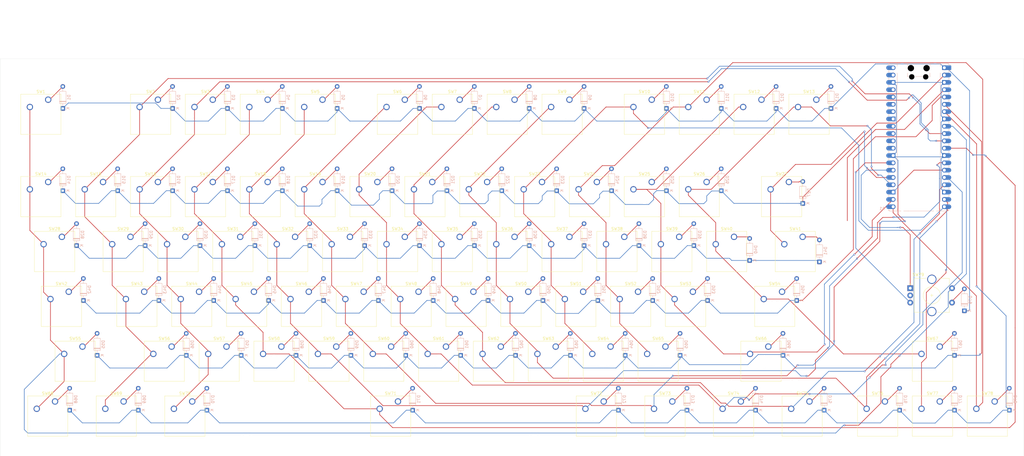
<source format=kicad_pcb>
(kicad_pcb (version 20241229) (generator "pcbnew") (generator_version "9.0")
  (layers (0 "F.Cu" signal) (2 "B.Cu" signal) (13 "F.Paste" user) (15 "B.Paste" user) (5 "F.SilkS" user "F.Silkscreen") (7 "B.SilkS" user "B.Silkscreen") (1 "F.Mask" user) (3 "B.Mask" user) (25 "Edge.Cuts" user))
  (net 0 "")
  (net 1 "Net-(A1-GND-Pad13)")
  (net 2 "column 11")
  (net 3 "column 1")
  (net 4 "row 1")
  (net 5 "RE1")
  (net 6 "RE2")
  (net 8 "column 12")
  (net 9 "column 5")
  (net 10 "row 4")
  (net 11 "row 2")
  (net 13 "column 6")
  (net 15 "row 5")
  (net 18 "column 8")
  (net 20 "column 3")
  (net 22 "column 13")
  (net 23 "column 7")
  (net 24 "column 2")
  (net 25 "column 9")
  (net 26 "row 0")
  (net 27 "column 4")
  (net 28 "row 3")
  (net 31 "column 0")
  (net 34 "column 10")
  (net 35 "Net-(D1-A)")
  (net 36 "Net-(D2-A)")
  (net 37 "Net-(D3-A)")
  (net 38 "Net-(D4-A)")
  (net 39 "Net-(D5-A)")
  (net 40 "Net-(D6-A)")
  (net 41 "Net-(D7-A)")
  (net 42 "Net-(D8-A)")
  (net 43 "Net-(D9-A)")
  (net 44 "Net-(D10-A)")
  (net 45 "Net-(D11-A)")
  (net 46 "Net-(D12-A)")
  (net 47 "Net-(D13-A)")
  (net 48 "Net-(D14-A)")
  (net 49 "Net-(D15-A)")
  (net 50 "Net-(D16-A)")
  (net 51 "Net-(D17-A)")
  (net 52 "Net-(D18-A)")
  (net 53 "Net-(D19-A)")
  (net 54 "Net-(D20-A)")
  (net 55 "Net-(D21-A)")
  (net 56 "Net-(D22-A)")
  (net 57 "Net-(D23-A)")
  (net 58 "Net-(D24-A)")
  (net 59 "Net-(D25-A)")
  (net 60 "Net-(D26-A)")
  (net 61 "Net-(D27-A)")
  (net 62 "Net-(D28-A)")
  (net 63 "Net-(D29-A)")
  (net 64 "Net-(D30-A)")
  (net 65 "Net-(D31-A)")
  (net 66 "Net-(D32-A)")
  (net 67 "Net-(D33-A)")
  (net 68 "Net-(D34-A)")
  (net 69 "Net-(D35-A)")
  (net 70 "Net-(D36-A)")
  (net 71 "Net-(D37-A)")
  (net 72 "Net-(D38-A)")
  (net 73 "Net-(D39-A)")
  (net 74 "Net-(D40-A)")
  (net 75 "Net-(D41-A)")
  (net 76 "Net-(D42-A)")
  (net 77 "Net-(D43-A)")
  (net 78 "Net-(D44-A)")
  (net 79 "Net-(D45-A)")
  (net 80 "Net-(D46-A)")
  (net 81 "Net-(D47-A)")
  (net 82 "Net-(D48-A)")
  (net 83 "Net-(D49-A)")
  (net 84 "Net-(D50-A)")
  (net 85 "Net-(D51-A)")
  (net 86 "Net-(D52-A)")
  (net 87 "Net-(D53-A)")
  (net 88 "Net-(D54-A)")
  (net 89 "Net-(D55-A)")
  (net 90 "Net-(D56-A)")
  (net 91 "Net-(D57-A)")
  (net 92 "Net-(D58-A)")
  (net 93 "Net-(D59-A)")
  (net 94 "Net-(D60-A)")
  (net 95 "Net-(D61-A)")
  (net 96 "Net-(D62-A)")
  (net 97 "Net-(D63-A)")
  (net 98 "Net-(D64-A)")
  (net 99 "Net-(D65-A)")
  (net 100 "Net-(D66-A)")
  (net 101 "Net-(D67-A)")
  (net 102 "Net-(D68-A)")
  (net 103 "Net-(D69-A)")
  (net 104 "Net-(D70-A)")
  (net 105 "Net-(D71-A)")
  (net 106 "Net-(D72-A)")
  (net 107 "Net-(D73-A)")
  (net 108 "Net-(D74-A)")
  (net 109 "Net-(D75-A)")
  (net 110 "Net-(D76-A)")
  (net 111 "Net-(D77-A)")
  (net 112 "Net-(D78-A)")
  (net 113 "Net-(D79-A)")
  (net 114 "GND")
  (footprint "Button_Switch_Keyboard:SW_Cherry_MX_1.00u_PCB" (layer "F.Cu") (at 305.875 173.75)
    (property "Reference" "SW22")
    (property "Value" "SW_Push")
  )
  (footprint "Button_Switch_Keyboard:SW_Cherry_MX_1.25u_PCB" (layer "F.Cu") (at 417.79375 249.95)
    (property "Reference" "SW75")
    (property "Value" "SW_Push")
  )
  (footprint "Button_Switch_Keyboard:SW_Cherry_MX_1.00u_PCB" (layer "F.Cu") (at 286.825 173.75)
    (property "Reference" "SW21")
    (property "Value" "SW_Push")
  )
  (footprint "Button_Switch_Keyboard:SW_Cherry_MX_1.00u_PCB" (layer "F.Cu") (at 320.1625 211.85)
    (property "Reference" "SW50")
    (property "Value" "SW_Push")
  )
  (footprint "Button_Switch_Keyboard:SW_Cherry_MX_1.00u_PCB" (layer "F.Cu") (at 301.1125 211.85)
    (property "Reference" "SW49")
    (property "Value" "SW_Push")
  )
  (footprint "Button_Switch_Keyboard:SW_Cherry_MX_1.00u_PCB" (layer "F.Cu") (at 367.7875 230.9)
    (property "Reference" "SW65")
    (property "Value" "SW_Push")
  )
  (footprint "Button_Switch_Keyboard:SW_Cherry_MX_1.00u_PCB" (layer "F.Cu") (at 420.175 145.175)
    (property "Reference" "SW13")
    (property "Value" "SW_Push")
  )
  (footprint "Button_Switch_Keyboard:SW_Cherry_MX_1.00u_PCB" (layer "F.Cu") (at 201.1 192.8)
    (property "Reference" "SW30")
    (property "Value" "SW_Push")
  )
  (footprint "Button_Switch_Keyboard:SW_Cherry_MX_1.00u_PCB" (layer "F.Cu") (at 401.125 145.175)
    (property "Reference" "SW12")
    (property "Value" "SW_Push")
  )
  (footprint "Button_Switch_Keyboard:SW_Cherry_MX_1.00u_PCB" (layer "F.Cu") (at 443.9875 249.95)
    (property "Reference" "SW76")
    (property "Value" "SW_Push")
  )
  (footprint "Button_Switch_Keyboard:SW_Cherry_MX_1.25u_PCB" (layer "F.Cu") (at 346.35625 249.95)
    (property "Reference" "SW72")
    (property "Value" "SW_Push")
  )
  (footprint "Button_Switch_Keyboard:SW_Cherry_MX_1.00u_PCB" (layer "F.Cu") (at 363.025 145.175)
    (property "Reference" "SW10")
    (property "Value" "SW_Push")
  )
  (footprint "Button_Switch_Keyboard:SW_Cherry_MX_1.00u_PCB" (layer "F.Cu") (at 215.3875 230.9)
    (property "Reference" "SW57")
    (property "Value" "SW_Push")
  )
  (footprint "Button_Switch_Keyboard:SW_Cherry_MX_1.00u_PCB" (layer "F.Cu") (at 234.4375 230.9)
    (property "Reference" "SW58")
    (property "Value" "SW_Push")
  )
  (footprint "Button_Switch_Keyboard:SW_Cherry_MX_1.00u_PCB" (layer "F.Cu") (at 329.6875 230.9)
    (property "Reference" "SW63")
    (property "Value" "SW_Push")
  )
  (footprint "Button_Switch_Keyboard:SW_Cherry_MX_2.25u_PCB" (layer "F.Cu") (at 165.38125 230.9)
    (property "Reference" "SW55")
    (property "Value" "SW_Push")
  )
  (footprint "Button_Switch_Keyboard:SW_Cherry_MX_1.00u_PCB" (layer "F.Cu") (at 229.675 145.175)
    (property "Reference" "SW4")
    (property "Value" "SW_Push")
  )
  (footprint "Button_Switch_Keyboard:SW_Cherry_MX_1.00u_PCB" (layer "F.Cu") (at 224.9125 211.85)
    (property "Reference" "SW45")
    (property "Value" "SW_Push")
  )
  (footprint "Button_Switch_Keyboard:SW_Cherry_MX_1.00u_PCB" (layer "F.Cu") (at 315.4 192.8)
    (property "Reference" "SW36")
    (property "Value" "SW_Push")
  )
  (footprint "Button_Switch_Keyboard:SW_Cherry_MX_1.00u_PCB" (layer "F.Cu") (at 239.2 192.8)
    (property "Reference" "SW32")
    (property "Value" "SW_Push")
  )
  (footprint "Button_Switch_Keyboard:SW_Cherry_MX_1.00u_PCB" (layer "F.Cu") (at 296.35 192.8)
    (property "Reference" "SW35")
    (property "Value" "SW_Push")
  )
  (footprint "Button_Switch_Keyboard:SW_Cherry_MX_1.00u_PCB" (layer "F.Cu") (at 363.025 173.75)
    (property "Reference" "SW25")
    (property "Value" "SW_Push")
  )
  (footprint "Button_Switch_Keyboard:SW_Cherry_MX_1.00u_PCB" (layer "F.Cu") (at 248.725 145.175)
    (property "Reference" "SW5")
    (property "Value" "SW_Push")
  )
  (footprint "Button_Switch_Keyboard:SW_Cherry_MX_1.00u_PCB" (layer "F.Cu") (at 153.475 173.75)
    (property "Reference" "SW14")
    (property "Value" "SW_Push")
  )
  (footprint "Button_Switch_Keyboard:SW_Cherry_MX_1.00u_PCB" (layer "F.Cu") (at 172.525 173.75)
    (property "Reference" "SW15")
    (property "Value" "SW_Push")
  )
  (footprint "Button_Switch_Keyboard:SW_Cherry_MX_1.00u_PCB" (layer "F.Cu") (at 324.925 173.75)
    (property "Reference" "SW23")
    (property "Value" "SW_Push")
  )
  (footprint "Button_Switch_Keyboard:SW_Cherry_MX_1.00u_PCB" (layer "F.Cu") (at 358.2625 211.85)
    (property "Reference" "SW52")
    (property "Value" "SW_Push")
  )
  (footprint "Button_Switch_Keyboard:SW_Cherry_MX_1.25u_PCB" (layer "F.Cu") (at 179.66875 249.95)
    (property "Reference" "SW69")
    (property "Value" "SW_Push")
  )
  (footprint "Button_Switch_Keyboard:SW_Cherry_MX_1.00u_PCB" (layer "F.Cu") (at 191.575 145.175)
    (property "Reference" "SW2")
    (property "Value" "SW_Push")
  )
  (footprint "Button_Switch_Keyboard:SW_Cherry_MX_1.00u_PCB" (layer "F.Cu") (at 310.6375 230.9)
    (property "Reference" "SW62")
    (property "Value" "SW_Push")
  )
  (footprint "Button_Switch_Keyboard:SW_Cherry_MX_1.00u_PCB" (layer "F.Cu") (at 248.725 173.75)
    (property "Reference" "SW19")
    (property "Value" "SW_Push")
  )
  (footprint "Button_Switch_Keyboard:SW_Cherry_MX_1.00u_PCB" (layer "F.Cu") (at 334.45 145.175)
    (property "Reference" "SW9")
    (property "Value" "SW_Push")
  )
  (footprint "Button_Switch_Keyboard:SW_Cherry_MX_1.00u_PCB" (layer "F.Cu") (at 291.5875 230.9)
    (property "Reference" "SW61")
    (property "Value" "SW_Push")
  )
  (footprint "Button_Switch_Keyboard:SW_Cherry_MX_1.00u_PCB" (layer "F.Cu") (at 339.2125 211.85)
    (property "Reference" "SW51")
    (property "Value" "SW_Push")
  )
  (footprint "Button_Switch_Keyboard:SW_Cherry_MX_1.00u_PCB" (layer "F.Cu") (at 282.0625 211.85)
    (property "Reference" "SW48")
    (property "Value" "SW_Push")
  )
  (footprint "Button_Switch_Keyboard:SW_Cherry_MX_1.50u_PCB" (layer "F.Cu") (at 158.2375 192.8)
    (property "Reference" "SW28")
    (property "Value" "SW_Push")
  )
  (footprint "Button_Switch_Keyboard:SW_Cherry_MX_1.00u_PCB" (layer "F.Cu") (at 343.975 173.75)
    (property "Reference" "SW24")
    (property "Value" "SW_Push")
  )
  (footprint "Button_Switch_Keyboard:SW_Cherry_MX_1.25u_PCB" (layer "F.Cu") (at 155.85625 249.95)
    (property "Reference" "SW68")
    (property "Value" "SW_Push")
  )
  (footprint "Button_Switch_Keyboard:SW_Cherry_MX_1.00u_PCB" (layer "F.Cu") (at 348.7375 230.9)
    (property "Reference" "SW64")
    (property "Value" "SW_Push")
  )
  (footprint "Button_Switch_Keyboard:SW_Cherry_MX_1.00u_PCB" (layer "F.Cu") (at 182.05 192.8)
    (property "Reference" "SW29")
    (property "Value" "SW_Push")
  )
  (footprint "Button_Switch_Keyboard:SW_Cherry_MX_1.00u_PCB" (layer "F.Cu") (at 315.4 145.175)
    (property "Reference" "SW8")
    (property "Value" "SW_Push")
  )
  (footprint "Button_Switch_Keyboard:SW_Cherry_MX_1.00u_PCB" (layer "F.Cu") (at 377.3125 211.85)
    (property "Reference" "SW53")
    (property "Value" "SW_Push")
  )
  (footprint "Button_Switch_Keyboard:SW_Cherry_MX_1.00u_PCB" (layer "F.Cu") (at 353.5 192.8)
    (property "Reference" "SW38")
    (property "Value" "SW_Push")
  )
  (footprint "Button_Switch_Keyboard:SW_Cherry_MX_1.00u_PCB" (layer "F.Cu") (at 258.25 192.8)
    (property "Reference" "SW33")
    (property "Value" "SW_Push")
  )
  (footprint "Button_Switch_Keyboard:SW_Cherry_MX_1.00u_PCB" (layer "F.Cu") (at 205.8625 211.85)
    (property "Reference" "SW44")
    (property "Value" "SW_Push")
  )
  (footprint "Button_Switch_Keyboard:SW_Cherry_MX_1.00u_PCB" (layer "F.Cu") (at 267.775 173.75)
    (property "Reference" "SW20")
    (property "Value" "SW_Push")
  )
  (footprint "Button_Switch_Keyboard:SW_Cherry_MX_1.00u_PCB" (layer "F.Cu") (at 334.45 192.8)
    (property "Reference" "SW37")
    (property "Value" "SW_Push")
  )
  (footprint "Button_Switch_Keyboard:SW_Cherry_MX_1.00u_PCB" (layer "F.Cu") (at 196.3375 230.9)
    (property "Reference" "SW56")
    (property "Value" "SW_Push")
  )
  (footprint "Button_Switch_Keyboard:SW_Cherry_MX_1.25u_PCB" (layer "F.Cu") (at 370.16875 249.95)
    (property "Reference" "SW73")
    (property "Value" "SW_Push")
  )
  (footprint "Button_Switch_Keyboard:SW_Cherry_MX_1.00u_PCB" (layer "F.Cu") (at 229.675 173.75)
    (property "Reference" "SW18")
    (property "Value" "SW_Push")
  )
  (footprint "Button_Switch_Keyboard:SW_Cherry_MX_1.00u_PCB" (layer "F.Cu") (at 272.5375 230.9)
    (property "Reference" "SW60")
    (property "Value" "SW_Push")
  )
  (footprint "Button_Switch_Keyboard:SW_Cherry_MX_2.25u_PCB" (layer "F.Cu") (at 408.26875 211.85)
    (property "Reference" "SW54")
    (property "Value" "SW_Push")
  )
  (footprint "Button_Switch_Keyboard:SW_Cherry_MX_2.00u_PCB" (layer "F.Cu") (at 410.65 173.75)
    (property "Reference" "SW27")
    (property "Value" "SW_Push")
  )
  (footprint "Button_Switch_Keyboard:SW_Cherry_MX_1.00u_PCB" (layer "F.Cu") (at 482.0875 249.95)
    (property "Reference" "SW78")
    (property "Value" "SW_Push")
  )
  (footprint "Button_Switch_Keyboard:SW_Cherry_MX_1.00u_PCB" (layer "F.Cu") (at 382.075 145.175)
    (property "Reference" "SW11")
    (property "Value" "SW_Push")
  )
  (footprint "Button_Switch_Keyboard:SW_Cherry_MX_1.00u_PCB" (layer "F.Cu") (at 153.475 145.175)
    (property "Reference" "SW1")
    (property "Value" "SW_Push")
  )
  (footprint "Button_Switch_Keyboard:SW_Cherry_MX_1.00u_PCB" (layer "F.Cu") (at 220.15 192.8)
    (property "Reference" "SW31")
    (property "Value" "SW_Push")
  )
  (footprint "Button_Switch_Keyboard:SW_Cherry_MX_1.00u_PCB" (layer "F.Cu") (at 253.4875 230.9)
    (property "Reference" "SW59")
    (property "Value" "SW_Push")
  )
  (footprint "Button_Switch_Keyboard:SW_Cherry_MX_1.00u_PCB" (layer "F.Cu") (at 191.575 173.75)
    (property "Reference" "SW16")
    (property "Value" "SW_Push")
  )
  (footprint "Button_Switch_Keyboard:SW_Cherry_MX_1.00u_PCB" (layer "F.Cu") (at 296.35 145.175)
    (property "Reference" "SW7")
    (property "Value" "SW_Push")
  )
  (footprint "Button_Switch_Keyboard:SW_Cherry_MX_1.00u_PCB" (layer "F.Cu") (at 372.55 192.8)
    (property "Reference" "SW39")
    (property "Value" "SW_Push")
  )
  (footprint "Button_Switch_Keyboard:SW_Cherry_MX_6.25u_PCB" (layer "F.Cu") (at 274.91875 249.95)
    (property "Reference" "SW71")
    (property "Value" "SW_Push")
  )
  (footprint "Button_Switch_Keyboard:SW_Cherry_MX_1.00u_PCB" (layer "F.Cu") (at 263.0125 211.85)
    (property "Reference" "SW47")
    (property "Value" "SW_Push")
  )
  (footprint "Button_Switch_Keyboard:SW_Cherry_MX_1.25u_PCB" (layer "F.Cu") (at 393.98125 249.95)
    (property "Reference" "SW74")
    (property "Value" "SW_Push")
  )
  (footprint "Button_Switch_Keyboard:SW_Cherry_MX_1.25u_PCB" (layer "F.Cu") (at 203.48125 249.95)
    (property "Reference" "SW70")
    (property "Value" "SW_Push")
  )
  (footprint "Button_Switch_Keyboard:SW_Cherry_MX_1.00u_PCB" (layer "F.Cu") (at 382.075 173.75)
    (property "Reference" "SW26")
    (property "Value" "SW_Push")
  )
  (footprint "Button_Switch_Keyboard:SW_Cherry_MX_1.00u_PCB" (layer "F.Cu") (at 391.6 192.8)
    (property "Reference" "SW40")
    (property "Value" "SW_Push")
  )
  (footprint "Button_Switch_Keyboard:SW_Cherry_MX_1.00u_PCB" (layer "F.Cu") (at 463.0375 230.9)
    (property "Reference" "SW67")
    (property "Value" "SW_Push")
  )
  (footprint "Button_Switch_Keyboard:SW_Cherry_MX_1.00u_PCB" (layer "F.Cu") (at 277.3 145.175)
    (property "Reference" "SW6")
    (property "Value" "SW_Push")
  )
  (footprint "Button_Switch_Keyboard:SW_Cherry_MX_1.00u_PCB" (layer "F.Cu") (at 186.8125 211.85)
    (property "Reference" "SW43")
    (property "Value" "SW_Push")
  )
  (footprint "Button_Switch_Keyboard:SW_Cherry_MX_1.00u_PCB" (layer "F.Cu") (at 243.9625 211.85)
    (property "Reference" "SW46")
    (property "Value" "SW_Push")
  )
  (footprint "Button_Switch_Keyboard:SW_Cherry_MX_1.00u_PCB" (layer "F.Cu") (at 277.3 192.8)
    (property "Reference" "SW34")
    (property "Value" "SW_Push")
  )
  (footprint "Button_Switch_Keyboard:SW_Cherry_MX_1.50u_PCB" (layer "F.Cu") (at 415.4125 192.8)
    (property "Reference" "SW41")
    (property "Value" "SW_Push")
  )
  (footprint "Button_Switch_Keyboard:SW_Cherry_MX_2.75u_PCB" (layer "F.Cu") (at 403.50625 230.9)
    (property "Reference" "SW66")
    (property "Value" "SW_Push")
  )
  (footprint "Button_Switch_Keyboard:SW_Cherry_MX_1.75u_PCB" (layer "F.Cu") (at 160.61875 211.85)
    (property "Reference" "SW42")
    (property "Value" "SW_Push")
  )
  (footprint "Button_Switch_Keyboard:SW_Cherry_MX_1.00u_PCB" (layer "F.Cu") (at 210.625 173.75)
    (property "Reference" "SW17")
    (property "Value" "SW_Push")
  )
  (footprint "Button_Switch_Keyboard:SW_Cherry_MX_1.00u_PCB" (layer "F.Cu") (at 463.0375 249.95)
    (property "Reference" "SW77")
    (property "Value" "SW_Push")
  )
  (footprint "Button_Switch_Keyboard:SW_Cherry_MX_1.00u_PCB" (layer "F.Cu") (at 210.625 145.175)
    (property "Reference" "SW3")
    (property "Value" "SW_Push")
  )
  (footprint "Rotary_Encoder:RotaryEncoder_Alps_EC11E-Switch_Vertical_H20mm_CircularMountingHoles" (layer "F.Cu") (at 452.775 210.625)
    (property "Reference" "SW79")
    (property "Value" "RotaryEncoder_Switch")
  )
  (footprint "Diode_THT:D_DO-35_SOD27_P7.62mm_Horizontal" (layer "B.Cu") (at 253.805 148.205 90)
    (property "Reference" "D5")
    (property "Value" "1N4148")
  )
  (footprint "Diode_THT:D_DO-35_SOD27_P7.62mm_Horizontal" (layer "B.Cu") (at 249.0425 214.88 90)
    (property "Reference" "D46")
    (property "Value" "1N4148")
  )
  (footprint "Diode_THT:D_DO-35_SOD27_P7.62mm_Horizontal" (layer "B.Cu") (at 215.705 176.78 90)
    (property "Reference" "D17")
    (property "Value" "1N4148")
  )
  (footprint "Diode_THT:D_DO-35_SOD27_P7.62mm_Horizontal" (layer "B.Cu") (at 320.48 195.83 90)
    (property "Reference" "D36")
    (property "Value" "1N4148")
  )
  (footprint "Diode_THT:D_DO-35_SOD27_P7.62mm_Horizontal" (layer "B.Cu") (at 377.63 195.83 90)
    (property "Reference" "D39")
    (property "Value" "1N4148")
  )
  (footprint "Diode_THT:D_DO-35_SOD27_P7.62mm_Horizontal" (layer "B.Cu") (at 301.43 148.205 90)
    (property "Reference" "D7")
    (property "Value" "1N4148")
  )
  (footprint "Diode_THT:D_DO-35_SOD27_P7.62mm_Horizontal" (layer "B.Cu") (at 413.34875 214.88 90)
    (property "Reference" "D54")
    (property "Value" "1N4148")
  )
  (footprint "Diode_THT:D_DO-35_SOD27_P7.62mm_Horizontal" (layer "B.Cu") (at 201.4175 233.93 90)
    (property "Reference" "D56")
    (property "Value" "1N4148")
  )
  (footprint "Diode_THT:D_DO-35_SOD27_P7.62mm_Horizontal" (layer "B.Cu") (at 422.87375 252.98 90)
    (property "Reference" "D75")
    (property "Value" "1N4148")
  )
  (footprint "Diode_THT:D_DO-35_SOD27_P7.62mm_Horizontal" (layer "B.Cu") (at 334.7675 233.93 90)
    (property "Reference" "D63")
    (property "Value" "1N4148")
  )
  (footprint "Diode_THT:D_DO-35_SOD27_P7.62mm_Horizontal" (layer "B.Cu") (at 471.575 218.47 90)
    (property "Reference" "D79")
    (property "Value" "1N4148")
  )
  (footprint "Diode_THT:D_DO-35_SOD27_P7.62mm_Horizontal" (layer "B.Cu") (at 160.93625 252.98 90)
    (property "Reference" "D68")
    (property "Value" "1N4148")
  )
  (footprint "Diode_THT:D_DO-35_SOD27_P7.62mm_Horizontal" (layer "B.Cu") (at 368.105 176.78 90)
    (property "Reference" "D25")
    (property "Value" "1N4148")
  )
  (footprint "Diode_THT:D_DO-35_SOD27_P7.62mm_Horizontal" (layer "B.Cu") (at 415.475 181.195 90)
    (property "Reference" "D27")
    (property "Value" "1N4148")
  )
  (footprint "Diode_THT:D_DO-35_SOD27_P7.62mm_Horizontal" (layer "B.Cu") (at 206.18 195.83 90)
    (property "Reference" "D30")
    (property "Value" "1N4148")
  )
  (footprint "Diode_THT:D_DO-35_SOD27_P7.62mm_Horizontal" (layer "B.Cu") (at 421.25 201.485 90)
    (property "Reference" "D41")
    (property "Value" "1N4148")
  )
  (footprint "Diode_THT:D_DO-35_SOD27_P7.62mm_Horizontal" (layer "B.Cu") (at 330.005 176.78 90)
    (property "Reference" "D23")
    (property "Value" "1N4148")
  )
  (footprint "Diode_THT:D_DO-35_SOD27_P7.62mm_Horizontal" (layer "B.Cu") (at 372.8675 233.93 90)
    (property "Reference" "D65")
    (property "Value" "1N4148")
  )
  (footprint "Diode_THT:D_DO-35_SOD27_P7.62mm_Horizontal" (layer "B.Cu") (at 184.74875 252.98 90)
    (property "Reference" "D69")
    (property "Value" "1N4148")
  )
  (footprint "Diode_THT:D_DO-35_SOD27_P7.62mm_Horizontal" (layer "B.Cu") (at 296.6675 233.93 90)
    (property "Reference" "D61")
    (property "Value" "1N4148")
  )
  (footprint "Diode_THT:D_DO-35_SOD27_P7.62mm_Horizontal" (layer "B.Cu") (at 220.4675 233.93 90)
    (property "Reference" "D57")
    (property "Value" "1N4148")
  )
  (footprint "Diode_THT:D_DO-35_SOD27_P7.62mm_Horizontal" (layer "B.Cu") (at 229.9925 214.88 90)
    (property "Reference" "D45")
    (property "Value" "1N4148")
  )
  (footprint "Diode_THT:D_DO-35_SOD27_P7.62mm_Horizontal" (layer "B.Cu") (at 208.56125 252.98 90)
    (property "Reference" "D70")
    (property "Value" "1N4148")
  )
  (footprint "Diode_THT:D_DO-35_SOD27_P7.62mm_Horizontal" (layer "B.Cu") (at 406.205 148.205 90)
    (property "Reference" "D12")
    (property "Value" "1N4148")
  )
  (footprint "Diode_THT:D_DO-35_SOD27_P7.62mm_Horizontal" (layer "B.Cu") (at 239.5175 233.93 90)
    (property "Reference" "D58")
    (property "Value" "1N4148")
  )
  (footprint "Diode_THT:D_DO-35_SOD27_P7.62mm_Horizontal" (layer "B.Cu") (at 339.53 195.83 90)
    (property "Reference" "D37")
    (property "Value" "1N4148")
  )
  (footprint "Module:RaspberryPi_Pico_Common_Unspecified" (layer "B.Cu") (at 455.725 158.2125 180)
    (property "Reference" "A1")
    (property "Value" "RaspberryPi_Pico")
  )
  (footprint "Diode_THT:D_DO-35_SOD27_P7.62mm_Horizontal" (layer "B.Cu") (at 187.13 195.83 90)
    (property "Reference" "D29")
    (property "Value" "1N4148")
  )
  (footprint "Diode_THT:D_DO-35_SOD27_P7.62mm_Horizontal" (layer "B.Cu") (at 163.3175 195.83 90)
    (property "Reference" "D28")
    (property "Value" "1N4148")
  )
  (footprint "Diode_THT:D_DO-35_SOD27_P7.62mm_Horizontal" (layer "B.Cu") (at 291.905 176.78 90)
    (property "Reference" "D21")
    (property "Value" "1N4148")
  )
  (footprint "Diode_THT:D_DO-35_SOD27_P7.62mm_Horizontal" (layer "B.Cu") (at 282.38 195.83 90)
    (property "Reference" "D34")
    (property "Value" "1N4148")
  )
  (footprint "Diode_THT:D_DO-35_SOD27_P7.62mm_Horizontal" (layer "B.Cu") (at 196.655 176.78 90)
    (property "Reference" "D16")
    (property "Value" "1N4148")
  )
  (footprint "Diode_THT:D_DO-35_SOD27_P7.62mm_Horizontal" (layer "B.Cu") (at 272.855 176.78 90)
    (property "Reference" "D20")
    (property "Value" "1N4148")
  )
  (footprint "Diode_THT:D_DO-35_SOD27_P7.62mm_Horizontal" (layer "B.Cu") (at 170.46125 233.93 90)
    (property "Reference" "D55")
    (property "Value" "1N4148")
  )
  (footprint "Diode_THT:D_DO-35_SOD27_P7.62mm_Horizontal" (layer "B.Cu") (at 234.755 148.205 90)
    (property "Reference" "D4")
    (property "Value" "1N4148")
  )
  (footprint "Diode_THT:D_DO-35_SOD27_P7.62mm_Horizontal" (layer "B.Cu") (at 368.105 148.205 90)
    (property "Reference" "D10")
    (property "Value" "1N4148")
  )
  (footprint "Diode_THT:D_DO-35_SOD27_P7.62mm_Horizontal" (layer "B.Cu") (at 287.1425 214.88 90)
    (property "Reference" "D48")
    (property "Value" "1N4148")
  )
  (footprint "Diode_THT:D_DO-35_SOD27_P7.62mm_Horizontal" (layer "B.Cu") (at 387.155 148.205 90)
    (property "Reference" "D11")
    (property "Value" "1N4148")
  )
  (footprint "Diode_THT:D_DO-35_SOD27_P7.62mm_Horizontal" (layer "B.Cu") (at 408.58625 233.93 90)
    (property "Reference" "D66")
    (property "Value" "1N4148")
  )
  (footprint "Diode_THT:D_DO-35_SOD27_P7.62mm_Horizontal" (layer "B.Cu") (at 158.555 176.78 90)
    (property "Reference" "D14")
    (property "Value" "1N4148")
  )
  (footprint "Diode_THT:D_DO-35_SOD27_P7.62mm_Horizontal" (layer "B.Cu") (at 258.5675 233.93 90)
    (property "Reference" "D59")
    (property "Value" "1N4148")
  )
  (footprint "Diode_THT:D_DO-35_SOD27_P7.62mm_Horizontal" (layer "B.Cu") (at 425.255 148.205 90)
    (property "Reference" "D13")
    (property "Value" "1N4148")
  )
  (footprint "Diode_THT:D_DO-35_SOD27_P7.62mm_Horizontal" (layer "B.Cu") (at 277.6175 233.93 90)
    (property "Reference" "D60")
    (property "Value" "1N4148")
  )
  (footprint "Diode_THT:D_DO-35_SOD27_P7.62mm_Horizontal" (layer "B.Cu") (at 158.555 148.205 90)
    (property "Reference" "D1")
    (property "Value" "1N4148")
  )
  (footprint "Diode_THT:D_DO-35_SOD27_P7.62mm_Horizontal" (layer "B.Cu") (at 306.1925 214.88 90)
    (property "Reference" "D49")
    (property "Value" "1N4148")
  )
  (footprint "Diode_THT:D_DO-35_SOD27_P7.62mm_Horizontal" (layer "B.Cu") (at 344.2925 214.88 90)
    (property "Reference" "D51")
    (property "Value" "1N4148")
  )
  (footprint "Diode_THT:D_DO-35_SOD27_P7.62mm_Horizontal" (layer "B.Cu") (at 353.8175 233.93 90)
    (property "Reference" "D64")
    (property "Value" "1N4148")
  )
  (footprint "Diode_THT:D_DO-35_SOD27_P7.62mm_Horizontal" (layer "B.Cu") (at 487.1675 252.98 90)
    (property "Reference" "D78")
    (property "Value" "1N4148")
  )
  (footprint "Diode_THT:D_DO-35_SOD27_P7.62mm_Horizontal" (layer "B.Cu") (at 244.28 195.83 90)
    (property "Reference" "D32")
    (property "Value" "1N4148")
  )
  (footprint "Diode_THT:D_DO-35_SOD27_P7.62mm_Horizontal" (layer "B.Cu") (at 177.605 176.78 90)
    (property "Reference" "D15")
    (property "Value" "1N4148")
  )
  (footprint "Diode_THT:D_DO-35_SOD27_P7.62mm_Horizontal" (layer "B.Cu") (at 325.2425 214.88 90)
    (property "Reference" "D50")
    (property "Value" "1N4148")
  )
  (footprint "Diode_THT:D_DO-35_SOD27_P7.62mm_Horizontal" (layer "B.Cu") (at 279.99875 252.98 90)
    (property "Reference" "D71")
    (property "Value" "1N4148")
  )
  (footprint "Diode_THT:D_DO-35_SOD27_P7.62mm_Horizontal" (layer "B.Cu") (at 263.33 195.83 90)
    (property "Reference" "D33")
    (property "Value" "1N4148")
  )
  (footprint "Diode_THT:D_DO-35_SOD27_P7.62mm_Horizontal" (layer "B.Cu") (at 165.69875 214.88 90)
    (property "Reference" "D42")
    (property "Value" "1N4148")
  )
  (footprint "Diode_THT:D_DO-35_SOD27_P7.62mm_Horizontal" (layer "B.Cu") (at 268.0925 214.88 90)
    (property "Reference" "D47")
    (property "Value" "1N4148")
  )
  (footprint "Diode_THT:D_DO-35_SOD27_P7.62mm_Horizontal" (layer "B.Cu") (at 196.655 148.205 90)
    (property "Reference" "D2")
    (property "Value" "1N4148")
  )
  (footprint "Diode_THT:D_DO-35_SOD27_P7.62mm_Horizontal" (layer "B.Cu") (at 310.955 176.78 90)
    (property "Reference" "D22")
    (property "Value" "1N4148")
  )
  (footprint "Diode_THT:D_DO-35_SOD27_P7.62mm_Horizontal" (layer "B.Cu") (at 253.805 176.78 90)
    (property "Reference" "D19")
    (property "Value" "1N4148")
  )
  (footprint "Diode_THT:D_DO-35_SOD27_P7.62mm_Horizontal" (layer "B.Cu") (at 215.705 148.205 90)
    (property "Reference" "D3")
    (property "Value" "1N4148")
  )
  (footprint "Diode_THT:D_DO-35_SOD27_P7.62mm_Horizontal" (layer "B.Cu") (at 375.24875 252.98 90)
    (property "Reference" "D73")
    (property "Value" "1N4148")
  )
  (footprint "Diode_THT:D_DO-35_SOD27_P7.62mm_Horizontal" (layer "B.Cu") (at 315.7175 233.93 90)
    (property "Reference" "D62")
    (property "Value" "1N4148")
  )
  (footprint "Diode_THT:D_DO-35_SOD27_P7.62mm_Horizontal" (layer "B.Cu") (at 234.755 176.78 90)
    (property "Reference" "D18")
    (property "Value" "1N4148")
  )
  (footprint "Diode_THT:D_DO-35_SOD27_P7.62mm_Horizontal" (layer "B.Cu") (at 349.055 176.78 90)
    (property "Reference" "D24")
    (property "Value" "1N4148")
  )
  (footprint "Diode_THT:D_DO-35_SOD27_P7.62mm_Horizontal" (layer "B.Cu") (at 468.1175 252.98 90)
    (property "Reference" "D77")
    (property "Value" "1N4148")
  )
  (footprint "Diode_THT:D_DO-35_SOD27_P7.62mm_Horizontal" (layer "B.Cu") (at 382.3925 214.88 90)
    (property "Reference" "D53")
    (property "Value" "1N4148")
  )
  (footprint "Diode_THT:D_DO-35_SOD27_P7.62mm_Horizontal" (layer "B.Cu") (at 339.53 148.205 90)
    (property "Reference" "D9")
    (property "Value" "1N4148")
  )
  (footprint "Diode_THT:D_DO-35_SOD27_P7.62mm_Horizontal" (layer "B.Cu") (at 363.3425 214.88 90)
    (property "Reference" "D52")
    (property "Value" "1N4148")
  )
  (footprint "Diode_THT:D_DO-35_SOD27_P7.62mm_Horizontal" (layer "B.Cu") (at 351.43625 252.98 90)
    (property "Reference" "D72")
    (property "Value" "1N4148")
  )
  (footprint "Diode_THT:D_DO-35_SOD27_P7.62mm_Horizontal" (layer "B.Cu") (at 468.1175 233.93 90)
    (property "Reference" "D67")
    (property "Value" "1N4148")
  )
  (footprint "Diode_THT:D_DO-35_SOD27_P7.62mm_Horizontal" (layer "B.Cu") (at 449.0675 252.98 90)
    (property "Reference" "D76")
    (property "Value" "1N4148")
  )
  (footprint "Diode_THT:D_DO-35_SOD27_P7.62mm_Horizontal" (layer "B.Cu") (at 301.43 195.83 90)
    (property "Reference" "D35")
    (property "Value" "1N4148")
  )
  (footprint "Diode_THT:D_DO-35_SOD27_P7.62mm_Horizontal" (layer "B.Cu") (at 320.48 148.205 90)
    (property "Reference" "D8")
    (property "Value" "1N4148")
  )
  (footprint "Diode_THT:D_DO-35_SOD27_P7.62mm_Horizontal" (layer "B.Cu") (at 399.06125 252.98 90)
    (property "Reference" "D74")
    (property "Value" "1N4148")
  )
  (footprint "Diode_THT:D_DO-35_SOD27_P7.62mm_Horizontal" (layer "B.Cu") (at 387.155 176.78 90)
    (property "Reference" "D26")
    (property "Value" "1N4148")
  )
  (footprint "Diode_THT:D_DO-35_SOD27_P7.62mm_Horizontal" (layer "B.Cu") (at 191.8925 214.88 90)
    (property "Reference" "D43")
    (property "Value" "1N4148")
  )
  (footprint "Diode_THT:D_DO-35_SOD27_P7.62mm_Horizontal" (layer "B.Cu") (at 282.38 148.205 90)
    (property "Reference" "D6")
    (property "Value" "1N4148")
  )
  (footprint "Diode_THT:D_DO-35_SOD27_P7.62mm_Horizontal" (layer "B.Cu") (at 210.9425 214.88 90)
    (property "Reference" "D44")
    (property "Value" "1N4148")
  )
  (footprint "Diode_THT:D_DO-35_SOD27_P7.62mm_Horizontal" (layer "B.Cu") (at 225.23 195.83 90)
    (property "Reference" "D31")
    (property "Value" "1N4148")
  )
  (footprint "Diode_THT:D_DO-35_SOD27_P7.62mm_Horizontal" (layer "B.Cu") (at 397.025 200.985 90)
    (property "Reference" "D40")
    (property "Value" "1N4148")
  )
  (footprint "Diode_THT:D_DO-35_SOD27_P7.62mm_Horizontal" (layer "B.Cu") (at 358.58 195.83 90)
    (property "Reference" "D38")
    (property "Value" "1N4148")
  )
  (gr_rect (start 136.775 130.9625) (end 492.25 268.95) (stroke (width 0.05)) (fill no) (layer "Edge.Cuts"))
  (segment (start 448.524 175.5735) (end 446.835 177.2625) (width 0.2) (layer "B.Cu") (net 1))
  (segment (start 463.514 163.4615) (end 464.615 164.5625) (width 0.2) (layer "B.Cu") (net 1))
  (segment (start 464.17204 165.00546) (end 447.27796 165.00546) (width 0.2) (layer "B.Cu") (net 1))
  (segment (start 464.615 151.8625) (end 463.514 152.9635) (width 0.2) (layer "B.Cu") (net 1))
  (segment (start 465.415 139.1625) (end 446.035 139.1625) (width 0.2) (layer "B.Cu") (net 1))
  (segment (start 463.514 176.1615) (end 464.615 177.2625) (width 0.2) (layer "B.Cu") (net 1))
  (segment (start 446.835 164.5625) (end 447.941 163.4565) (width 0.2) (layer "B.Cu") (net 1))
  (segment (start 446.835 164.5625) (end 448.524 166.2515) (width 0.2) (layer "B.Cu") (net 1))
  (segment (start 463.514 152.9635) (end 463.514 163.4615) (width 0.2) (layer "B.Cu") (net 1))
  (segment (start 447.27796 165.00546) (end 446.835 164.5625) (width 0.2) (layer "B.Cu") (net 1))
  (segment (start 464.615 164.5625) (end 464.17204 165.00546) (width 0.2) (layer "B.Cu") (net 1))
  (segment (start 464.615 164.5625) (end 463.514 165.6635) (width 0.2) (layer "B.Cu") (net 1))
  (segment (start 463.514 140.2635) (end 463.514 150.7615) (width 0.2) (layer "B.Cu") (net 1))
  (segment (start 447.941 140.2685) (end 446.835 139.1625) (width 0.2) (layer "B.Cu") (net 1))
  (segment (start 464.615 139.1625) (end 463.514 140.2635) (width 0.2) (layer "B.Cu") (net 1))
  (segment (start 463.514 150.7615) (end 464.615 151.8625) (width 0.2) (layer "B.Cu") (net 1))
  (segment (start 448.524 166.2515) (end 448.524 175.5735) (width 0.2) (layer "B.Cu") (net 1))
  (segment (start 463.514 165.6635) (end 463.514 176.1615) (width 0.2) (layer "B.Cu") (net 1))
  (segment (start 447.941 163.4565) (end 447.941 140.2685) (width 0.2) (layer "B.Cu") (net 1))
  (segment (start 366.2 209.6275) (end 370.9625 214.39) (width 0.2) (layer "F.Cu") (net 2))
  (segment (start 387.957684 233.44) (end 397.15625 233.44) (width 0.2) (layer "F.Cu") (net 2))
  (segment (start 397.82125 232.775) (end 420.45 232.775) (width 0.2) (layer "F.Cu") (net 2))
  (segment (start 356.675 176.29) (end 361.269816 176.29) (width 0.2) (layer "F.Cu") (net 2))
  (segment (start 370.9625 216.444816) (end 387.957684 233.44) (width 0.2) (layer "F.Cu") (net 2))
  (segment (start 397.15625 233.44) (end 397.82125 232.775) (width 0.2) (layer "F.Cu") (net 2))
  (segment (start 439.575 192.725) (end 439.575 187.0625) (width 0.2) (layer "F.Cu") (net 2))
  (segment (start 439.575 187.0625) (end 446.835 179.8025) (width 0.2) (layer "F.Cu") (net 2))
  (segment (start 420.45 232.775) (end 423.1 230.125) (width 0.2) (layer "F.Cu") (net 2))
  (segment (start 394.775 147.715) (end 393.219366 147.715) (width 0.2) (layer "F.Cu") (net 2))
  (segment (start 366.2 181.220184) (end 366.2 195.34) (width 0.2) (layer "F.Cu") (net 2))
  (segment (start 366.2 195.34) (end 366.2 209.6275) (width 0.2) (layer "F.Cu") (net 2))
  (segment (start 393.219366 147.715) (end 364.644366 176.29) (width 0.2) (layer "F.Cu") (net 2))
  (segment (start 433.375 198.925) (end 439.575 192.725) (width 0.2) (layer "F.Cu") (net 2))
  (segment (start 361.269816 176.29) (end 366.2 181.220184) (width 0.2) (layer "F.Cu") (net 2))
  (segment (start 364.644366 176.29) (end 356.675 176.29) (width 0.2) (layer "F.Cu") (net 2))
  (segment (start 370.9625 214.39) (end 370.9625 216.444816) (width 0.2) (layer "F.Cu") (net 2))
  (via (at 433.375 198.925) (size 0.6) (drill 0.3) (layers "F.Cu" "B.Cu") (net 2))
  (via (at 423.1 230.125) (size 0.6) (drill 0.3) (layers "F.Cu" "B.Cu") (net 2))
  (segment (start 433.275 198.925) (end 433.375 198.925) (width 0.2) (layer "B.Cu") (net 2))
  (segment (start 422.975 209.225) (end 433.275 198.925) (width 0.2) (layer "B.Cu") (net 2))
  (segment (start 423.1 230.125) (end 422.975 230) (width 0.2) (layer "B.Cu") (net 2))
  (segment (start 422.975 230) (end 422.975 209.225) (width 0.2) (layer "B.Cu") (net 2))
  (segment (start 166.175 176.29) (end 185.225 157.24) (width 0.2) (layer "F.Cu") (net 3))
  (segment (start 180.4625 223.915) (end 189.9875 233.44) (width 0.2) (layer "F.Cu") (net 3))
  (segment (start 453.8 144.475) (end 452.4665 143.1415) (width 0.2) (layer "F.Cu") (net 3))
  (segment (start 452.4665 143.1415) (end 437.0915 143.1415) (width 0.2) (layer "F.Cu") (net 3))
  (segment (start 189.335 233.44) (end 173.31875 249.45625) (width 0.2) (layer "F.Cu") (net 3))
  (segment (start 459.5175 156.9425) (end 464.615 156.9425) (width 0.2) (layer "F.Cu") (net 3))
  (segment (start 185.225 147.715) (end 195.115 137.825) (width 0.2) (layer "F.Cu") (net 3))
  (segment (start 175.7 209.6275) (end 180.4625 214.39) (width 0.2) (layer "F.Cu") (net 3))
  (segment (start 175.7 195.34) (end 175.7 209.6275) (width 0.2) (layer "F.Cu") (net 3))
  (segment (start 180.4625 214.39) (end 180.4625 223.915) (width 0.2) (layer "F.Cu") (net 3))
  (segment (start 437.0915 143.1415) (end 432.65 138.7) (width 0.2) (layer "F.Cu") (net 3))
  (segment (start 189.9875 233.44) (end 189.335 233.44) (width 0.2) (layer "F.Cu") (net 3))
  (segment (start 173.31875 249.45625) (end 173.31875 252.49) (width 0.2) (layer "F.Cu") (net 3))
  (segment (start 458.25 155.675) (end 459.5175 156.9425) (width 0.2) (layer "F.Cu") (net 3))
  (segment (start 185.225 157.24) (end 185.225 147.715) (width 0.2) (layer "F.Cu") (net 3))
  (segment (start 166.175 176.29) (end 166.175 185.815) (width 0.2) (layer "F.Cu") (net 3))
  (segment (start 195.115 137.825) (end 382.3 137.825) (width 0.2) (layer "F.Cu") (net 3))
  (segment (start 166.175 185.815) (end 175.7 195.34) (width 0.2) (layer "F.Cu") (net 3))
  (via (at 432.65 138.7) (size 0.6) (drill 0.3) (layers "F.Cu" "B.Cu") (net 3))
  (via (at 458.25 155.675) (size 0.6) (drill 0.3) (layers "F.Cu" "B.Cu") (net 3))
  (via (at 382.3 137.825) (size 0.6) (drill 0.3) (layers "F.Cu" "B.Cu") (net 3))
  (via (at 453.8 144.475) (size 0.6) (drill 0.3) (layers "F.Cu" "B.Cu") (net 3))
  (segment (start 432.65 137.925) (end 432.65 138.7) (width 0.2) (layer "B.Cu") (net 3))
  (segment (start 382.3 137.825) (end 386.575 133.55) (width 0.2) (layer "B.Cu") (net 3))
  (segment (start 428.275 133.55) (end 432.65 137.925) (width 0.2) (layer "B.Cu") (net 3))
  (segment (start 456.15 146.825) (end 456.15 153.575) (width 0.2) (layer "B.Cu") (net 3))
  (segment (start 453.8 144.475) (end 456.15 146.825) (width 0.2) (layer "B.Cu") (net 3))
  (segment (start 456.15 153.575) (end 458.25 155.675) (width 0.2) (layer "B.Cu") (net 3))
  (segment (start 386.575 133.55) (end 428.275 133.55) (width 0.2) (layer "B.Cu") (net 3))
  (segment (start 441.191565 153.3015) (end 415.475 179.018065) (width 0.2) (layer "F.Cu") (net 4))
  (segment (start 447.936 153.3015) (end 441.191565 153.3015) (width 0.2) (layer "F.Cu") (net 4))
  (segment (start 415.475 179.018065) (end 415.475 181.195) (width 0.2) (layer "F.Cu") (net 4))
  (segment (start 464.615 136.6225) (end 447.936 153.3015) (width 0.2) (layer "F.Cu") (net 4))
  (segment (start 363.675 177.775) (end 364.701 176.749) (width 0.2) (layer "B.Cu") (net 4))
  (segment (start 363.675 179.875) (end 363.675 177.775) (width 0.2) (layer "B.Cu") (net 4))
  (segment (start 194.46653 176.78) (end 196.655 176.78) (width 0.2) (layer "B.Cu") (net 4))
  (segment (start 414.368 181.195) (end 415.475 181.195) (width 0.2) (layer "B.Cu") (net 4))
  (segment (start 277.245235 181.275) (end 286.65 181.275) (width 0.2) (layer "B.Cu") (net 4))
  (segment (start 258.770235 181.8) (end 266.4 181.8) (width 0.2) (layer "B.Cu") (net 4))
  (segment (start 325 178.575) (end 326.701 176.874) (width 0.2) (layer "B.Cu") (net 4))
  (segment (start 310.944235 176.874) (end 315.345235 181.275) (width 0.2) (layer "B.Cu") (net 4))
  (segment (start 253.744235 176.774) (end 258.770235 181.8) (width 0.2) (layer "B.Cu") (net 4))
  (segment (start 232.56653 176.78) (end 234.755 176.78) (width 0.2) (layer "B.Cu") (net 4))
  (segment (start 201.056 181.181) (end 209.11553 181.181) (width 0.2) (layer "B.Cu") (net 4))
  (segment (start 364.701 176.749) (end 368.094235 176.749) (width 0.2) (layer "B.Cu") (net 4))
  (segment (start 162.956 181.181) (end 171.01553 181.181) (width 0.2) (layer "B.Cu") (net 4))
  (segment (start 315.345235 181.275) (end 323.675 181.275) (width 0.2) (layer "B.Cu") (net 4))
  (segment (start 288.551 176.874) (end 291.894235 176.874) (width 0.2) (layer "B.Cu") (net 4))
  (segment (start 286.65 181.275) (end 287.05 180.875) (width 0.2) (layer "B.Cu") (net 4))
  (segment (start 382.125 178.575) (end 383.826 176.874) (width 0.2) (layer "B.Cu") (net 4))
  (segment (start 382.125 180.25) (end 382.125 178.575) (width 0.2) (layer "B.Cu") (net 4))
  (segment (start 182.006 181.181) (end 190.06553 181.181) (width 0.2) (layer "B.Cu") (net 4))
  (segment (start 349.044235 176.749) (end 353.445235 181.15) (width 0.2) (layer "B.Cu") (net 4))
  (segment (start 305.15 181.275) (end 306.25 180.175) (width 0.2) (layer "B.Cu") (net 4))
  (segment (start 266.4 181.8) (end 268.475 179.725) (width 0.2) (layer "B.Cu") (net 4))
  (segment (start 190.06553 181.181) (end 194.46653 176.78) (width 0.2) (layer "B.Cu") (net 4))
  (segment (start 247.65 182.125) (end 248.536 181.239) (width 0.2) (layer "B.Cu") (net 4))
  (segment (start 353.445235 181.15) (end 353.45 181.15) (width 0.2) (layer "B.Cu") (net 4))
  (segment (start 391.556 181.181) (end 414.354 181.181) (width 0.2) (layer "B.Cu") (net 4))
  (segment (start 306.25 180.175) (end 306.25 178.15) (width 0.2) (layer "B.Cu") (net 4))
  (segment (start 368.069235 176.874) (end 372.470235 181.275) (width 0.2) (layer "B.Cu") (net 4))
  (segment (start 306.25 178.15) (end 307.526 176.874) (width 0.2) (layer "B.Cu") (net 4))
  (segment (start 268.475 177.95) (end 269.651 176.774) (width 0.2) (layer "B.Cu") (net 4))
  (segment (start 158.555 176.78) (end 162.956 181.181) (width 0.2) (layer "B.Cu") (net 4))
  (segment (start 383.826 176.874) (end 387.119235 176.874) (width 0.2) (layer "B.Cu") (net 4))
  (segment (start 344.925 178.075) (end 346.076 176.924) (width 0.2) (layer "B.Cu") (net 4))
  (segment (start 329.969235 176.924) (end 334.370235 181.325) (width 0.2) (layer "B.Cu") (net 4))
  (segment (start 220.106 181.181) (end 228.16553 181.181) (width 0.2) (layer "B.Cu") (net 4))
  (segment (start 287.05 180.875) (end 287.05 178.375) (width 0.2) (layer "B.Cu") (net 4))
  (segment (start 248.536 179.793765) (end 251.580765 176.749) (width 0.2) (layer "B.Cu") (net 4))
  (segment (start 323.675 181.275) (end 325 179.95) (width 0.2) (layer "B.Cu") (net 4))
  (segment (start 325 179.95) (end 325 178.575) (width 0.2) (layer "B.Cu") (net 4))
  (segment (start 228.16553 181.181) (end 232.56653 176.78) (width 0.2) (layer "B.Cu") (net 4))
  (segment (start 344.925 179.175) (end 344.925 178.075) (width 0.2) (layer "B.Cu") (net 4))
  (segment (start 177.605 176.78) (end 182.006 181.181) (width 0.2) (layer "B.Cu") (net 4))
  (segment (start 209.11553 181.181) (end 213.51653 176.78) (width 0.2) (layer "B.Cu") (net 4))
  (segment (start 213.51653 176.78) (end 215.705 176.78) (width 0.2) (layer "B.Cu") (net 4))
  (segment (start 307.526 176.874) (end 310.919235 176.874) (width 0.2) (layer "B.Cu") (net 4))
  (segment (start 269.651 176.774) (end 272.794235 176.774) (width 0.2) (layer "B.Cu") (net 4))
  (segment (start 248.536 181.239) (end 248.536 179.793765) (width 0.2) (layer "B.Cu") (net 4))
  (segment (start 326.701 176.874) (end 329.994235 176.874) (width 0.2) (layer "B.Cu") (net 4))
  (segment (start 272.844235 176.874) (end 277.245235 181.275) (width 0.2) (layer "B.Cu") (net 4))
  (segment (start 287.05 178.375) (end 288.551 176.874) (width 0.2) (layer "B.Cu") (net 4))
  (segment (start 215.705 176.78) (end 220.106 181.181) (width 0.2) (layer "B.Cu") (net 4))
  (segment (start 334.370235 181.325) (end 342.775 181.325) (width 0.2) (layer "B.Cu") (net 4))
  (segment (start 234.719235 176.749) (end 240.095235 182.125) (width 0.2) (layer "B.Cu") (net 4))
  (segment (start 171.01553 181.181) (end 175.41653 176.78) (width 0.2) (layer "B.Cu") (net 4))
  (segment (start 387.155 176.78) (end 391.556 181.181) (width 0.2) (layer "B.Cu") (net 4))
  (segment (start 268.475 179.725) (end 268.475 177.95) (width 0.2) (layer "B.Cu") (net 4))
  (segment (start 240.095235 182.125) (end 247.65 182.125) (width 0.2) (layer "B.Cu") (net 4))
  (segment (start 353.45 181.15) (end 353.85 181.55) (width 0.2) (layer "B.Cu") (net 4))
  (segment (start 381.1 181.275) (end 382.125 180.25) (width 0.2) (layer "B.Cu") (net 4))
  (segment (start 175.41653 176.78) (end 177.605 176.78) (width 0.2) (layer "B.Cu") (net 4))
  (segment (start 362 181.55) (end 363.675 179.875) (width 0.2) (layer "B.Cu") (net 4))
  (segment (start 346.076 176.924) (end 349.019235 176.924) (width 0.2) (layer "B.Cu") (net 4))
  (segment (start 291.869235 176.874) (end 296.270235 181.275) (width 0.2) (layer "B.Cu") (net 4))
  (segment (start 414.354 181.181) (end 414.368 181.195) (width 0.2) (layer "B.Cu") (net 4))
  (segment (start 353.85 181.55) (end 362 181.55) (width 0.2) (layer "B.Cu") (net 4))
  (segment (start 296.270235 181.275) (end 305.15 181.275) (width 0.2) (layer "B.Cu") (net 4))
  (segment (start 372.470235 181.275) (end 381.1 181.275) (width 0.2) (layer "B.Cu") (net 4))
  (segment (start 196.655 176.78) (end 201.056 181.181) (width 0.2) (layer "B.Cu") (net 4))
  (segment (start 342.775 181.325) (end 344.925 179.175) (width 0.2) (layer "B.Cu") (net 4))
  (segment (start 251.580765 176.749) (end 253.769235 176.749) (width 0.2) (layer "B.Cu") (net 4))
  (segment (start 450.275 189.525) (end 452.775 192.025) (width 0.2) (layer "F.Cu") (net 5))
  (segment (start 452.775 192.025) (end 452.775 210.625) (width 0.2) (layer "F.Cu") (net 5))
  (segment (start 449.3 189.525) (end 450.275 189.525) (width 0.2) (layer "F.Cu") (net 5))
  (via (at 449.3 189.525) (size 0.6) (drill 0.3) (layers "F.Cu" "B.Cu") (net 5))
  (segment (start 437.5075 169.6425) (end 446.035 169.6425) (width 0.2) (layer "B.Cu") (net 5))
  (segment (start 435.75 186.625) (end 435.75 171.4) (width 0.2) (layer "B.Cu") (net 5))
  (segment (start 438.675 189.55) (end 435.75 186.625) (width 0.2) (layer "B.Cu") (net 5))
  (segment (start 435.75 171.4) (end 437.5075 169.6425) (width 0.2) (layer "B.Cu") (net 5))
  (segment (start 449.3 189.525) (end 448.275 189.525) (width 0.2) (layer "B.Cu") (net 5))
  (segment (start 448.25 189.55) (end 438.675 189.55) (width 0.2) (layer "B.Cu") (net 5))
  (segment (start 448.275 189.525) (end 448.25 189.55) (width 0.2) (layer "B.Cu") (net 5))
  (segment (start 437.1225 167.1025) (end 446.835 167.1025) (width 0.2) (layer "F.Cu") (net 6))
  (segment (start 433.875 170.35) (end 437.1225 167.1025) (width 0.2) (layer "F.Cu") (net 6))
  (via (at 433.875 170.35) (size 0.6) (drill 0.3) (layers "F.Cu" "B.Cu") (net 6))
  (segment (start 433.875 170.35) (end 433.875 170.3) (width 0.2) (layer "B.Cu") (net 6))
  (segment (start 433.875 196.725) (end 433.875 170.35) (width 0.2) (layer "B.Cu") (net 6))
  (segment (start 452.775 215.625) (end 433.875 196.725) (width 0.2) (layer "B.Cu") (net 6))
  (segment (start 410.515 214.39) (end 429.565 233.44) (width 0.2) (layer "F.Cu") (net 8))
  (segment (start 412.269366 147.715) (end 383.694366 176.29) (width 0.2) (layer "F.Cu") (net 8))
  (segment (start 413.825 147.715) (end 418.47653 147.715) (width 0.2) (layer "F.Cu") (net 8))
  (segment (start 439.35 168.425) (end 439.35 169.05) (width 0.2) (layer "F.Cu") (net 8))
  (segment (start 383.694366 176.29) (end 375.725 176.29) (width 0.2) (layer "F.Cu") (net 8))
  (segment (start 429.565 233.44) (end 456.6875 233.44) (width 0.2) (layer "F.Cu") (net 8))
  (segment (start 375.725 178.344816) (end 385.25 187.869816) (width 0.2) (layer "F.Cu") (net 8))
  (segment (start 385.25 197.72125) (end 401.91875 214.39) (width 0.2) (layer "F.Cu") (net 8))
  (segment (start 385.25 187.869816) (end 385.25 195.34) (width 0.2) (layer "F.Cu") (net 8))
  (segment (start 418.47653 147.715) (end 425.03653 154.275) (width 0.2) (layer "F.Cu") (net 8))
  (segment (start 439.35 169.05) (end 441.65 171.35) (width 0.2) (layer "F.Cu") (net 8))
  (segment (start 375.725 176.29) (end 375.725 178.344816) (width 0.2) (layer "F.Cu") (net 8))
  (segment (start 385.25 195.34) (end 385.25 197.72125) (width 0.2) (layer "F.Cu") (net 8))
  (segment (start 413.825 147.715) (end 412.269366 147.715) (width 0.2) (layer "F.Cu") (net 8))
  (segment (start 425.03653 154.275) (end 437.925 154.275) (width 0.2) (layer "F.Cu") (net 8))
  (segment (start 401.91875 214.39) (end 410.515 214.39) (width 0.2) (layer "F.Cu") (net 8))
  (via (at 441.65 171.35) (size 0.6) (drill 0.3) (layers "F.Cu" "B.Cu") (net 8))
  (via (at 437.925 154.275) (size 0.6) (drill 0.3) (layers "F.Cu" "B.Cu") (net 8))
  (via (at 439.35 168.425) (size 0.6) (drill 0.3) (layers "F.Cu" "B.Cu") (net 8))
  (segment (start 442.6625 171.35) (end 446.035 174.7225) (width 0.2) (layer "B.Cu") (net 8))
  (segment (start 439.3 155.65) (end 439.3 168.475) (width 0.2) (layer "B.Cu") (net 8))
  (segment (start 437.925 154.275) (end 439.3 155.65) (width 0.2) (layer "B.Cu") (net 8))
  (segment (start 441.65 171.35) (end 442.6625 171.35) (width 0.2) (layer "B.Cu") (net 8))
  (segment (start 242.375 175.825) (end 242.375 176.29) (width 0.2) (layer "F.Cu") (net 9))
  (segment (start 464.615 169.6425) (end 454.052164 169.6425) (width 0.2) (layer "F.Cu") (net 9))
  (segment (start 242.375 184.74795) (end 251.9 194.27295) (width 0.2) (layer "F.Cu") (net 9))
  (segment (start 266.1875 233.44) (end 270.83903 233.44) (width 0.2) (layer "F.Cu") (net 9))
  (segment (start 266.1875 232.37295) (end 266.1875 233.44) (width 0.2) (layer "F.Cu") (net 9))
  (segment (start 270.485 147.715) (end 242.375 175.825) (width 0.2) (layer "F.Cu") (net 9))
  (segment (start 448.524 184.974) (end 450.925 187.375) (width 0.2) (layer "F.Cu") (net 9))
  (segment (start 426.35 210.225) (end 426.35 229) (width 0.2) (layer "F.Cu") (net 9))
  (segment (start 270.83903 233.44) (end 287.99903 250.6) (width 0.2) (layer "F.Cu") (net 9))
  (segment (start 242.375 176.29) (end 242.375 184.74795) (width 0.2) (layer "F.Cu") (net 9))
  (segment (start 448.524 175.170664) (end 448.524 184.974) (width 0.2) (layer "F.Cu") (net 9))
  (segment (start 270.95 147.715) (end 270.485 147.715) (width 0.2) (layer "F.Cu") (net 9))
  (segment (start 251.9 209.6275) (end 256.6625 214.39) (width 0.2) (layer "F.Cu") (net 9))
  (segment (start 409.975 241.025) (end 370.35 241.025) (width 0.2) (layer "F.Cu") (net 9))
  (segment (start 454.052164 169.6425) (end 448.524 175.170664) (width 0.2) (layer "F.Cu") (net 9))
  (segment (start 442.225 194.35) (end 426.35 210.225) (width 0.2) (layer "F.Cu") (net 9))
  (segment (start 413.65 237.35) (end 409.975 241.025) (width 0.2) (layer "F.Cu") (net 9))
  (segment (start 251.9 195.34) (end 251.9 209.6275) (width 0.2) (layer "F.Cu") (net 9))
  (segment (start 341.35 250.6) (end 342.1 251.35) (width 0.2) (layer "F.Cu") (net 9))
  (segment (start 256.6625 222.84795) (end 266.1875 232.37295) (width 0.2) (layer "F.Cu") (net 9))
  (segment (start 287.99903 250.6) (end 341.35 250.6) (width 0.2) (layer "F.Cu") (net 9))
  (segment (start 362.67875 251.35) (end 363.81875 252.49) (width 0.2) (layer "F.Cu") (net 9))
  (segment (start 251.9 194.27295) (end 251.9 195.34) (width 0.2) (layer "F.Cu") (net 9))
  (segment (start 442.225 188.15) (end 442.225 194.35) (width 0.2) (layer "F.Cu") (net 9))
  (segment (start 342.1 251.35) (end 362.67875 251.35) (width 0.2) (layer "F.Cu") (net 9))
  (segment (start 256.6625 214.39) (end 256.6625 222.84795) (width 0.2) (layer "F.Cu") (net 9))
  (via (at 370.35 241.025) (size 0.6) (drill 0.3) (layers "F.Cu" "B.Cu") (net 9))
  (via (at 413.65 237.35) (size 0.6) (drill 0.3) (layers "F.Cu" "B.Cu") (net 9))
  (via (at 442.225 188.15) (size 0.6) (drill 0.3) (layers "F.Cu" "B.Cu") (net 9))
  (via (at 450.925 187.375) (size 0.6) (drill 0.3) (layers "F.Cu" "B.Cu") (net 9))
  (via (at 426.35 229) (size 0.6) (drill 0.3) (layers "F.Cu" "B.Cu") (net 9))
  (segment (start 450.925 187.375) (end 443 187.375) (width 0.2) (layer "B.Cu") (net 9))
  (segment (start 363.81875 247.55625) (end 363.81875 252.49) (width 0.2) (layer "B.Cu") (net 9))
  (segment (start 370.35 241.025) (end 363.81875 247.55625) (width 0.2) (layer "B.Cu") (net 9))
  (segment (start 443 187.375) (end 442.225 188.15) (width 0.2) (layer "B.Cu") (net 9))
  (segment (start 426.35 230.049943) (end 419.049943 237.35) (width 0.2) (layer "B.Cu") (net 9))
  (segment (start 426.35 229) (end 426.35 230.049943) (width 0.2) (layer "B.Cu") (net 9))
  (segment (start 419.049943 237.35) (end 413.65 237.35) (width 0.2) (layer "B.Cu") (net 9))
  (segment (start 464.615 146.7825) (end 477.55 159.7175) (width 0.2) (layer "F.Cu") (net 10))
  (segment (start 477.075 233.6) (end 477.025 233.6) (width 0.2) (layer "F.Cu") (net 10))
  (segment (start 477.55 159.7175) (end 477.55 233.125) (width 0.2) (layer "F.Cu") (net 10))
  (segment (start 477.55 233.125) (end 477.075 233.6) (width 0.2) (layer "F.Cu") (net 10))
  (via (at 477.025 233.575) (size 0.6) (drill 0.3) (layers "F.Cu" "B.Cu") (net 10))
  (segment (start 296.6675 233.93) (end 294.47903 233.93) (width 0.2) (layer "B.Cu") (net 10))
  (segment (start 309.071316 238.331) (end 301.0685 238.331) (width 0.2) (layer "B.Cu") (net 10))
  (segment (start 465.872316 233.93) (end 461.471316 238.331) (width 0.2) (layer "B.Cu") (net 10))
  (segment (start 320.1185 238.331) (end 315.7175 233.93) (width 0.2) (layer "B.Cu") (net 10))
  (segment (start 294.47903 233.93) (end 290.07803 238.331) (width 0.2) (layer "B.Cu") (net 10))
  (segment (start 468.1175 233.93) (end 465.872316 233.93) (width 0.2) (layer "B.Cu") (net 10))
  (segment (start 258.5675 233.93) (end 256.322316 233.93) (width 0.2) (layer "B.Cu") (net 10))
  (segment (start 350.62497 238.331) (end 339.1685 238.331) (width 0.2) (layer "B.Cu") (net 10))
  (segment (start 237.272316 233.93) (end 232.871316 238.331) (width 0.2) (layer "B.Cu") (net 10))
  (segment (start 194.771316 238.331) (end 174.86225 238.331) (width 0.2) (layer "B.Cu") (net 10))
  (segment (start 353.8175 235.13847) (end 350.62497 238.331) (width 0.2) (layer "B.Cu") (net 10))
  (segment (start 239.5175 233.93) (end 237.272316 233.93) (width 0.2) (layer "B.Cu") (net 10))
  (segment (start 376.1185 237.181) (end 372.8675 233.93) (width 0.2) (layer "B.Cu") (net 10))
  (segment (start 372.8675 233.93) (end 372.8675 235.13847) (width 0.2) (layer "B.Cu") (net 10))
  (segment (start 174.86225 238.331) (end 170.46125 233.93) (width 0.2) (layer "B.Cu") (net 10))
  (segment (start 399.992434 233.629) (end 396.440434 237.181) (width 0.2) (layer "B.Cu") (net 10))
  (segment (start 408.58625 233.93) (end 408.28525 233.629) (width 0.2) (layer "B.Cu") (net 10))
  (segment (start 396.440434 237.181) (end 376.1185 237.181) (width 0.2) (layer "B.Cu") (net 10))
  (segment (start 328.121316 238.331) (end 320.1185 238.331) (width 0.2) (layer "B.Cu") (net 10))
  (segment (start 262.9685 238.331) (end 258.5675 233.93) (width 0.2) (layer "B.Cu") (net 10))
  (segment (start 332.522316 233.93) (end 328.121316 238.331) (width 0.2) (layer "B.Cu") (net 10))
  (segment (start 412.98725 238.331) (end 408.58625 233.93) (width 0.2) (layer "B.Cu") (net 10))
  (segment (start 369.67497 238.331) (end 358.2185 238.331) (width 0.2) (layer "B.Cu") (net 10))
  (segment (start 220.4675 233.93) (end 218.222316 233.93) (width 0.2) (layer "B.Cu") (net 10))
  (segment (start 461.471316 238.331) (end 412.98725 238.331) (width 0.2) (layer "B.Cu") (net 10))
  (segment (start 224.8685 238.331) (end 220.4675 233.93) (width 0.2) (layer "B.Cu") (net 10))
  (segment (start 476.72 233.93) (end 477 233.65) (width 0.2) (layer "B.Cu") (net 10))
  (segment (start 243.9185 238.331) (end 239.5175 233.93) (width 0.2) (layer "B.Cu") (net 10))
  (segment (start 372.8675 235.13847) (end 369.67497 238.331) (width 0.2) (layer "B.Cu") (net 10))
  (segment (start 315.7175 233.93) (end 313.472316 233.93) (width 0.2) (layer "B.Cu") (net 10))
  (segment (start 232.871316 238.331) (end 224.8685 238.331) (width 0.2) (layer "B.Cu") (net 10))
  (segment (start 290.07803 238.331) (end 282.0185 238.331) (width 0.2) (layer "B.Cu") (net 10))
  (segment (start 339.1685 238.331) (end 334.7675 233.93) (width 0.2) (layer "B.Cu") (net 10))
  (segment (start 274.42497 238.331) (end 262.9685 238.331) (width 0.2) (layer "B.Cu") (net 10))
  (segment (start 277.6175 235.13847) (end 274.42497 238.331) (width 0.2) (layer "B.Cu") (net 10))
  (segment (start 358.2185 238.331) (end 353.8175 233.93) (width 0.2) (layer "B.Cu") (net 10))
  (segment (start 353.8175 233.93) (end 353.8175 235.13847) (width 0.2) (layer "B.Cu") (net 10))
  (segment (start 256.322316 233.93) (end 251.921316 238.331) (width 0.2) (layer "B.Cu") (net 10))
  (segment (start 218.222316 233.93) (end 213.821316 238.331) (width 0.2) (layer "B.Cu") (net 10))
  (segment (start 213.821316 238.331) (end 205.8185 238.331) (width 0.2) (layer "B.Cu") (net 10))
  (segment (start 205.8185 238.331) (end 201.4175 233.93) (width 0.2) (layer "B.Cu") (net 10))
  (segment (start 334.7675 233.93) (end 332.522316 233.93) (width 0.2) (layer "B.Cu") (net 10))
  (segment (start 313.472316 233.93) (end 309.071316 238.331) (width 0.2) (layer "B.Cu") (net 10))
  (segment (start 251.921316 238.331) (end 243.9185 238.331) (width 0.2) (layer "B.Cu") (net 10))
  (segment (start 277.6175 233.93) (end 277.6175 235.13847) (width 0.2) (layer "B.Cu") (net 10))
  (segment (start 282.0185 238.331) (end 277.6175 233.93) (width 0.2) (layer "B.Cu") (net 10))
  (segment (start 468.1175 233.93) (end 476.72 233.93) (width 0.2) (layer "B.Cu") (net 10))
  (segment (start 199.172316 233.93) (end 194.771316 238.331) (width 0.2) (layer "B.Cu") (net 10))
  (segment (start 301.0685 238.331) (end 296.6675 233.93) (width 0.2) (layer "B.Cu") (net 10))
  (segment (start 201.4175 233.93) (end 199.172316 233.93) (width 0.2) (layer "B.Cu") (net 10))
  (segment (start 408.28525 233.629) (end 399.992434 233.629) (width 0.2) (layer "B.Cu") (net 10))
  (segment (start 450.814 155.5035) (end 440.7465 155.5035) (width 0.2) (layer "F.Cu") (net 11))
  (segment (start 430.925 165.325) (end 430.925 187.2) (width 0.2) (layer "F.Cu") (net 11))
  (segment (start 464.615 141.7025) (end 450.814 155.5035) (width 0.2) (layer "F.Cu") (net 11))
  (segment (start 440.7465 155.5035) (end 430.925 165.325) (width 0.2) (layer "F.Cu") (net 11))
  (segment (start 358.58 195.83) (end 356.334816 195.83) (width 0.2) (layer "B.Cu") (net 11))
  (segment (start 180.483816 200.231) (end 167.7185 200.231) (width 0.2) (layer "B.Cu") (net 11))
  (segment (start 318.234816 195.83) (end 313.833816 200.231) (width 0.2) (layer "B.Cu") (net 11))
  (segment (start 187.13 195.83) (end 184.884816 195.83) (width 0.2) (layer "B.Cu") (net 11))
  (segment (start 301.43 195.83) (end 299.184816 195.83) (width 0.2) (layer "B.Cu") (net 11))
  (segment (start 390.787816 200.985) (end 397.025 200.985) (width 0.2) (layer "B.Cu") (net 11))
  (segment (start 275.733816 200.231) (end 267.731 200.231) (width 0.2) (layer "B.Cu") (net 11))
  (segment (start 286.781 200.231) (end 282.38 195.83) (width 0.2) (layer "B.Cu") (net 11))
  (segment (start 390.033816 200.231) (end 390.787816 200.985) (width 0.2) (layer "B.Cu") (net 11))
  (segment (start 294.783816 200.231) (end 286.781 200.231) (width 0.2) (layer "B.Cu") (net 11))
  (segment (start 324.881 200.231) (end 320.48 195.83) (width 0.2) (layer "B.Cu") (net 11))
  (segment (start 263.33 195.83) (end 263.33 197.03847) (width 0.2) (layer "B.Cu") (net 11))
  (segment (start 199.533816 200.231) (end 191.531 200.231) (width 0.2) (layer "B.Cu") (net 11))
  (segment (start 242.034816 195.83) (end 237.633816 200.231) (width 0.2) (layer "B.Cu") (net 11))
  (segment (start 377.63 195.83) (end 375.384816 195.83) (width 0.2) (layer "B.Cu") (net 11))
  (segment (start 167.7185 200.231) (end 163.3175 195.83) (width 0.2) (layer "B.Cu") (net 11))
  (segment (start 237.633816 200.231) (end 229.631 200.231) (width 0.2) (layer "B.Cu") (net 11))
  (segment (start 222.984816 195.83) (end 218.583816 200.231) (width 0.2) (layer "B.Cu") (net 11))
  (segment (start 362.981 200.231) (end 358.58 195.83) (width 0.2) (layer "B.Cu") (net 11))
  (segment (start 382.031 200.231) (end 377.63 195.83) (width 0.2) (layer "B.Cu") (net 11))
  (segment (start 390.033816 200.231) (end 382.031 200.231) (width 0.2) (layer "B.Cu") (net 11))
  (segment (start 343.931 200.231) (end 339.53 195.83) (width 0.2) (layer "B.Cu") (net 11))
  (segment (start 351.933816 200.231) (end 343.931 200.231) (width 0.2) (layer "B.Cu") (net 11))
  (segment (start 397.025 200.985) (end 420.75 200.985) (width 0.2) (layer "B.Cu") (net 11))
  (segment (start 267.731 200.231) (end 263.33 195.83) (width 0.2) (layer "B.Cu") (net 11))
  (segment (start 420.75 200.985) (end 421.25 201.485) (width 0.2) (layer "B.Cu") (net 11))
  (segment (start 184.884816 195.83) (end 180.483816 200.231) (width 0.2) (layer "B.Cu") (net 11))
  (segment (start 260.13747 200.231) (end 248.681 200.231) (width 0.2) (layer "B.Cu") (net 11))
  (segment (start 206.18 195.83) (end 203.934816 195.83) (width 0.2) (layer "B.Cu") (net 11))
  (segment (start 203.934816 195.83) (end 199.533816 200.231) (width 0.2) (layer "B.Cu") (net 11))
  (segment (start 229.631 200.231) (end 225.23 195.83) (width 0.2) (layer "B.Cu") (net 11))
  (segment (start 191.531 200.231) (end 187.13 195.83) (width 0.2) (layer "B.Cu") (net 11))
  (segment (start 339.53 197.03847) (end 336.33747 200.231) (width 0.2) (layer "B.Cu") (net 11))
  (segment (start 248.681 200.231) (end 244.28 195.83) (width 0.2) (layer "B.Cu") (net 11))
  (segment (start 225.23 195.83) (end 222.984816 195.83) (width 0.2) (layer "B.Cu") (net 11))
  (segment (start 370.983816 200.231) (end 362.981 200.231) (width 0.2) (layer "B.Cu") (net 11))
  (segment (start 375.384816 195.83) (end 370.983816 200.231) (width 0.2) (layer "B.Cu") (net 11))
  (segment (start 305.831 200.231) (end 301.43 195.83) (width 0.2) (layer "B.Cu") (net 11))
  (segment (start 299.184816 195.83) (end 294.783816 200.231) (width 0.2) (layer "B.Cu") (net 11))
  (segment (start 336.33747 200.231) (end 324.881 200.231) (width 0.2) (layer "B.Cu") (net 11))
  (segment (start 280.134816 195.83) (end 275.733816 200.231) (width 0.2) (layer "B.Cu") (net 11))
  (segment (start 356.334816 195.83) (end 351.933816 200.231) (width 0.2) (layer "B.Cu") (net 11))
  (segment (start 313.833816 200.231) (end 305.831 200.231) (width 0.2) (layer "B.Cu") (net 11))
  (segment (start 218.583816 200.231) (end 210.581 200.231) (width 0.2) (layer "B.Cu") (net 11))
  (segment (start 263.33 197.03847) (end 260.13747 200.231) (width 0.2) (layer "B.Cu") (net 11))
  (segment (start 282.38 195.83) (end 280.134816 195.83) (width 0.2) (layer "B.Cu") (net 11))
  (segment (start 339.53 195.83) (end 339.53 197.03847) (width 0.2) (layer "B.Cu") (net 11))
  (segment (start 320.48 195.83) (end 318.234816 195.83) (width 0.2) (layer "B.Cu") (net 11))
  (segment (start 244.28 195.83) (end 242.034816 195.83) (width 0.2) (layer "B.Cu") (net 11))
  (segment (start 210.581 200.231) (end 206.18 195.83) (width 0.2) (layer "B.Cu") (net 11))
  (segment (start 261.425 178.344816) (end 270.95 187.869816) (width 0.2) (layer "F.Cu") (net 13))
  (segment (start 444.25 237.275) (end 443.05 237.275) (width 0.2) (layer "F.Cu") (net 13))
  (segment (start 261.425 171.04616) (end 261.425 176.29) (width 0.2) (layer "F.Cu") (net 13))
  (segment (start 379.40025 244.259) (end 387.63125 252.49) (width 0.2) (layer "F.Cu") (net 13))
  (segment (start 398.925 247.325) (end 396.825 249.425) (width 0.2) (layer "F.Cu") (net 13))
  (segment (start 284.75616 147.715) (end 261.425 171.04616) (width 0.2) (layer "F.Cu") (net 13))
  (segment (start 275.7125 222.84795) (end 285.2375 232.37295) (width 0.2) (layer "F.Cu") (net 13))
  (segment (start 300.70803 244.259) (end 379.40025 244.259) (width 0.2) (layer "F.Cu") (net 13))
  (segment (start 270.95 187.869816) (end 270.95 195.34) (width 0.2) (layer "F.Cu") (net 13))
  (segment (start 289.88903 233.44) (end 300.70803 244.259) (width 0.2) (layer "F.Cu") (net 13))
  (segment (start 285.2375 233.44) (end 289.88903 233.44) (width 0.2) (layer "F.Cu") (net 13))
  (segment (start 261.425 176.29) (end 261.425 178.344816) (width 0.2) (layer "F.Cu") (net 13))
  (segment (start 443.05 237.275) (end 438.7 241.625) (width 0.2) (layer "F.Cu") (net 13))
  (segment (start 285.2375 232.37295) (end 285.2375 233.44) (width 0.2) (layer "F.Cu") (net 13))
  (segment (start 290 147.715) (end 284.75616 147.715) (width 0.2) (layer "F.Cu") (net 13))
  (segment (start 417.8 247.325) (end 398.925 247.325) (width 0.2) (layer "F.Cu") (net 13))
  (segment (start 270.95 209.6275) (end 275.7125 214.39) (width 0.2) (layer "F.Cu") (net 13))
  (segment (start 270.95 195.34) (end 270.95 209.6275) (width 0.2) (layer "F.Cu") (net 13))
  (segment (start 275.7125 214.39) (end 275.7125 222.84795) (width 0.2) (layer "F.Cu") (net 13))
  (via (at 417.8 247.325) (size 0.6) (drill 0.3) (layers "F.Cu" "B.Cu") (net 13))
  (via (at 438.7 241.625) (size 0.6) (drill 0.3) (layers "F.Cu" "B.Cu") (net 13))
  (via (at 444.25 237.275) (size 0.6) (drill 0.3) (layers "F.Cu" "B.Cu") (net 13))
  (via (at 396.825 249.425) (size 0.6) (drill 0.3) (layers "F.Cu" "B.Cu") (net 13))
  (segment (start 465.74637 172.1825) (end 470.825 177.26113) (width 0.2) (layer "B.Cu") (net 13))
  (segment (start 391.57225 248.549) (end 387.63125 252.49) (width 0.2) (layer "B.Cu") (net 13))
  (segment (start 395.949 248.549) (end 391.57225 248.549) (width 0.2) (layer "B.Cu") (net 13))
  (segment (start 438.7 241.625) (end 433 247.325) (width 0.2) (layer "B.Cu") (net 13))
  (segment (start 464.615 172.1825) (end 465.74637 172.1825) (width 0.2) (layer "B.Cu") (net 13))
  (segment (start 470.825 177.26113) (end 470.825 205.225) (width 0.2) (layer "B.Cu") (net 13))
  (segment (start 457.175 223.275) (end 444.25 236.2) (width 0.2) (layer "B.Cu") (net 13))
  (segment (start 457.175 218.875) (end 457.175 223.275) (width 0.2) (layer "B.Cu") (net 13))
  (segment (start 444.25 236.2) (end 444.25 237.275) (width 0.2) (layer "B.Cu") (net 13))
  (segment (start 433 247.325) (end 417.8 247.325) (width 0.2) (layer "B.Cu") (net 13))
  (segment (start 396.825 249.425) (end 395.949 248.549) (width 0.2) (layer "B.Cu") (net 13))
  (segment (start 470.825 205.225) (end 457.175 218.875) (width 0.2) (layer "B.Cu") (net 13))
  (segment (start 464.615 149.3225) (end 475.825 160.5325) (width 0.2) (layer "F.Cu") (net 15))
  (segment (start 475.825 160.5325) (end 475.825 209.975) (width 0.2) (layer "F.Cu") (net 15))
  (via (at 475.825 209.975) (size 0.6) (drill 0.3) (layers "F.Cu" "B.Cu") (net 15))
  (segment (start 416.28428 257.381) (end 420.68528 252.98) (width 0.2) (layer "B.Cu") (net 15))
  (segment (start 449.0675 252.98) (end 453.5375 257.45) (width 0.2) (layer "B.Cu") (net 15))
  (segment (start 160.93625 252.98) (end 165.33725 257.381) (width 0.2) (layer "B.Cu") (net 15))
  (segment (start 486.0665 220.2165) (end 475.825 209.975) (width 0.2) (layer "B.Cu") (net 15))
  (segment (start 182.56028 252.98) (end 184.74875 252.98) (width 0.2) (layer "B.Cu") (net 15))
  (segment (start 208.56125 252.98) (end 212.96225 257.381) (width 0.2) (layer "B.Cu") (net 15))
  (segment (start 399.06125 252.98) (end 403.46225 257.381) (width 0.2) (layer "B.Cu") (net 15))
  (segment (start 486.0665 251.879) (end 486.0665 220.2165) (width 0.2) (layer "B.Cu") (net 15))
  (segment (start 277.81028 252.98) (end 279.99875 252.98) (width 0.2) (layer "B.Cu") (net 15))
  (segment (start 201.97178 257.381) (end 206.37278 252.98) (width 0.2) (layer "B.Cu") (net 15))
  (segment (start 351.43625 252.98) (end 355.83725 257.381) (width 0.2) (layer "B.Cu") (net 15))
  (segment (start 420.68528 252.98) (end 422.87375 252.98) (width 0.2) (layer "B.Cu") (net 15))
  (segment (start 165.33725 257.381) (end 178.15928 257.381) (width 0.2) (layer "B.Cu") (net 15))
  (segment (start 422.87375 252.98) (end 427.27475 257.381) (width 0.2) (layer "B.Cu") (net 15))
  (segment (start 178.15928 257.381) (end 182.56028 252.98) (width 0.2) (layer "B.Cu") (net 15))
  (segment (start 468.1175 252.98) (end 472.5185 257.381) (width 0.2) (layer "B.Cu") (net 15))
  (segment (start 461.45903 257.45) (end 465.92903 252.98) (width 0.2) (layer "B.Cu") (net 15))
  (segment (start 349.24778 252.98) (end 351.43625 252.98) (width 0.2) (layer "B.Cu") (net 15))
  (segment (start 442.47803 257.381) (end 446.87903 252.98) (width 0.2) (layer "B.Cu") (net 15))
  (segment (start 465.92903 252.98) (end 468.1175 252.98) (width 0.2) (layer "B.Cu") (net 15))
  (segment (start 184.74875 252.98) (end 189.14975 257.381) (width 0.2) (layer "B.Cu") (net 15))
  (segment (start 392.47178 257.381) (end 396.87278 252.98) (width 0.2) (layer "B.Cu") (net 15))
  (segment (start 446.87903 252.98) (end 449.0675 252.98) (width 0.2) (layer "B.Cu") (net 15))
  (segment (start 284.39975 257.381) (end 344.84678 257.381) (width 0.2) (layer "B.Cu") (net 15))
  (segment (start 484.97903 252.98) (end 487.1675 252.98) (width 0.2) (layer "B.Cu") (net 15))
  (segment (start 396.87278 252.98) (end 399.06125 252.98) (width 0.2) (layer "B.Cu") (net 15))
  (segment (start 379.64975 257.381) (end 392.47178 257.381) (width 0.2) (layer "B.Cu") (net 15))
  (segment (start 279.99875 252.98) (end 284.39975 257.381) (width 0.2) (layer "B.Cu") (net 15))
  (segment (start 273.40928 257.381) (end 277.81028 252.98) (width 0.2) (layer "B.Cu") (net 15))
  (segment (start 206.37278 252.98) (end 208.56125 252.98) (width 0.2) (layer "B.Cu") (net 15))
  (segment (start 355.83725 257.381) (end 368.602566 257.381) (width 0.2) (layer "B.Cu") (net 15))
  (segment (start 375.24875 252.98) (end 379.64975 257.381) (width 0.2) (layer "B.Cu") (net 15))
  (segment (start 403.46225 257.381) (end 416.28428 257.381) (width 0.2) (layer "B.Cu") (net 15))
  (segment (start 212.96225 257.381) (end 273.40928 257.381) (width 0.2) (layer "B.Cu") (net 15))
  (segment (start 487.1675 252.98) (end 486.0665 251.879) (width 0.2) (layer "B.Cu") (net 15))
  (segment (start 453.5375 257.45) (end 461.45903 257.45) (width 0.2) (layer "B.Cu") (net 15))
  (segment (start 472.5185 257.381) (end 480.57803 257.381) (width 0.2) (layer "B.Cu") (net 15))
  (segment (start 344.84678 257.381) (end 349.24778 252.98) (width 0.2) (layer "B.Cu") (net 15))
  (segment (start 189.14975 257.381) (end 201.97178 257.381) (width 0.2) (layer "B.Cu") (net 15))
  (segment (start 427.27475 257.381) (end 442.47803 257.381) (width 0.2) (layer "B.Cu") (net 15))
  (segment (start 480.57803 257.381) (end 484.97903 252.98) (width 0.2) (layer "B.Cu") (net 15))
  (segment (start 368.602566 257.381) (end 373.003566 252.98) (width 0.2) (layer "B.Cu") (net 15))
  (segment (start 373.003566 252.98) (end 375.24875 252.98) (width 0.2) (layer "B.Cu") (net 15))
  (segment (start 313.8125 222.84795) (end 323.3375 232.37295) (width 0.2) (layer "F.Cu") (net 18))
  (segment (start 309.05 195.34) (end 309.05 209.6275) (width 0.2) (layer "F.Cu") (net 18))
  (segment (start 323.3375 236.40847) (end 328.79803 241.869) (width 0.2) (layer "F.Cu") (net 18))
  (segment (start 328.79803 241.869) (end 427.0165 241.869) (width 0.2) (layer "F.Cu") (net 18))
  (segment (start 309.05 209.6275) (end 313.8125 214.39) (width 0.2) (layer "F.Cu") (net 18))
  (segment (start 299.525 176.29) (end 299.525 178.344816) (width 0.2) (layer "F.Cu") (net 18))
  (segment (start 437.6375 252.49) (end 437.6375 241.4375) (width 0.2) (layer "F.Cu") (net 18))
  (segment (start 427.0165 241.869) (end 437.6375 252.49) (width 0.2) (layer "F.Cu") (net 18))
  (segment (start 461.95 187.375) (end 465.716 183.609) (width 0.2) (layer "F.Cu") (net 18))
  (segment (start 328.1 147.715) (end 327.67153 147.715) (width 0.2) (layer "F.Cu") (net 18))
  (segment (start 323.3375 233.44) (end 323.3375 236.40847) (width 0.2) (layer "F.Cu") (net 18))
  (segment (start 327.67153 147.715) (end 299.525 175.86153) (width 0.2) (layer "F.Cu") (net 18))
  (segment (start 299.525 175.86153) (end 299.525 176.29) (width 0.2) (layer "F.Cu") (net 18))
  (segment (start 437.6375 241.4375) (end 444.125 234.95) (width 0.2) (layer "F.Cu") (net 18))
  (segment (start 323.3375 232.37295) (end 323.3375 233.44) (width 0.2) (layer "F.Cu") (net 18))
  (segment (start 313.8125 214.39) (end 313.8125 222.84795) (width 0.2) (layer "F.Cu") (net 18))
  (segment (start 299.525 178.344816) (end 309.05 187.869816) (width 0.2) (layer "F.Cu") (net 18))
  (segment (start 309.05 187.869816) (end 309.05 195.34) (width 0.2) (layer "F.Cu") (net 18))
  (segment (start 465.716 180.9035) (end 464.615 179.8025) (width 0.2) (layer "F.Cu") (net 18))
  (segment (start 465.716 183.609) (end 465.716 180.9035) (width 0.2) (layer "F.Cu") (net 18))
  (via (at 444.125 234.95) (size 0.6) (drill 0.3) (layers "F.Cu" "B.Cu") (net 18))
  (via (at 461.95 187.375) (size 0.6) (drill 0.3) (layers "F.Cu" "B.Cu") (net 18))
  (segment (start 456.1 222.975) (end 456.1 193.225) (width 0.2) (layer "B.Cu") (net 18))
  (segment (start 456.1 193.225) (end 461.95 187.375) (width 0.2) (layer "B.Cu") (net 18))
  (segment (start 444.125 234.95) (end 456.1 222.975) (width 0.2) (layer "B.Cu") (net 18))
  (segment (start 487 259.025) (end 487.3 259.025) (width 0.2) (layer "F.Cu") (net 20))
  (segment (start 218.5625 216.444816) (end 228.0875 225.969816) (width 0.2) (layer "F.Cu") (net 20))
  (segment (start 237.14134 233.44) (end 256.19134 252.49) (width 0.2) (layer "F.Cu") (net 20))
  (segment (start 223.325 157.24) (end 223.325 147.715) (width 0.2) (layer "F.Cu") (net 20))
  (segment (start 228.0875 225.969816) (end 228.0875 233.44) (width 0.2) (layer "F.Cu") (net 20))
  (segment (start 204.275 176.29) (end 204.275 184.74795) (width 0.2) (layer "F.Cu") (net 20))
  (segment (start 268.56875 252.49) (end 268.56875 254.544816) (width 0.2) (layer "F.Cu") (net 20))
  (segment (start 256.19134 252.49) (end 268.56875 252.49) (width 0.2) (layer "F.Cu") (net 20))
  (segment (start 204.275 176.29) (end 223.325 157.24) (width 0.2) (layer "F.Cu") (net 20))
  (segment (start 489.2 224.325) (end 489.2 174.925) (width 0.2) (layer "F.Cu") (net 20))
  (segment (start 489.2 257.125) (end 489.2 224.325) (width 0.2) (layer "F.Cu") (net 20))
  (segment (start 472.2725 162.0225) (end 474.6 164.35) (width 0.2) (layer "F.Cu") (net 20))
  (segment (start 213.8 195.34) (end 213.8 209.6275) (width 0.2) (layer "F.Cu") (net 20))
  (segment (start 213.8 194.27295) (end 213.8 195.34) (width 0.2) (layer "F.Cu") (net 20))
  (segment (start 218.5625 214.39) (end 218.5625 216.444816) (width 0.2) (layer "F.Cu") (net 20))
  (segment (start 487.3 259.025) (end 489.2 257.125) (width 0.2) (layer "F.Cu") (net 20))
  (segment (start 268.56875 254.544816) (end 273.048934 259.025) (width 0.2) (layer "F.Cu") (net 20))
  (segment (start 489.2 174.925) (end 478.975 164.7) (width 0.2) (layer "F.Cu") (net 20))
  (segment (start 213.8 209.6275) (end 218.5625 214.39) (width 0.2) (layer "F.Cu") (net 20))
  (segment (start 204.275 184.74795) (end 213.8 194.27295) (width 0.2) (layer "F.Cu") (net 20))
  (segment (start 464.615 162.0225) (end 472.2725 162.0225) (width 0.2) (layer "F.Cu") (net 20))
  (segment (start 273.048934 259.025) (end 487 259.025) (width 0.2) (layer "F.Cu") (net 20))
  (segment (start 228.0875 233.44) (end 237.14134 233.44) (width 0.2) (layer "F.Cu") (net 20))
  (via (at 474.6 164.35) (size 0.6) (drill 0.3) (layers "F.Cu" "B.Cu") (net 20))
  (via (at 478.975 164.7) (size 0.6) (drill 0.3) (layers "F.Cu" "B.Cu") (net 20))
  (segment (start 478.625 164.35) (end 478.975 164.7) (width 0.2) (layer "B.Cu") (net 20))
  (segment (start 474.6 164.35) (end 478.625 164.35) (width 0.2) (layer "B.Cu") (net 20))
  (segment (start 425.275 167.65) (end 436.675 156.25) (width 0.2) (layer "F.Cu") (net 22))
  (segment (start 436.675 156.25) (end 436.975 156.25) (width 0.2) (layer "F.Cu") (net 22))
  (segment (start 409.0625 195.34) (end 404.3 190.5775) (width 0.2) (layer "F.Cu") (net 22))
  (segment (start 441.0575 172.1825) (end 446.835 172.1825) (width 0.2) (layer "F.Cu") (net 22))
  (segment (start 437.775 168.9) (end 441.0575 172.1825) (width 0.2) (layer "F.Cu") (net 22))
  (segment (start 404.3 176.29) (end 412.94 167.65) (width 0.2) (layer "F.Cu") (net 22))
  (segment (start 412.94 167.65) (end 425.275 167.65) (width 0.2) (layer "F.Cu") (net 22))
  (segment (start 404.3 190.5775) (end 404.3 176.29) (width 0.2) (layer "F.Cu") (net 22))
  (via (at 437.775 168.9) (size 0.6) (drill 0.3) (layers "F.Cu" "B.Cu") (net 22))
  (via (at 436.9 156.225) (size 0.6) (drill 0.3) (layers "F.Cu" "B.Cu") (net 22))
  (segment (start 436.9 156.225) (end 436.9 168.025) (width 0.2) (layer "B.Cu") (net 22))
  (segment (start 436.9 168.025) (end 437.775 168.9) (width 0.2) (layer "B.Cu") (net 22))
  (segment (start 388.65 250.525) (end 389.75 251.625) (width 0.2) (layer "F.Cu") (net 23))
  (segment (start 280.475 176.29) (end 280.475 184.74795) (width 0.2) (layer "F.Cu") (net 23))
  (segment (start 387.075 250.525) (end 388.65 250.525) (width 0.2) (layer "F.Cu") (net 23))
  (segment (start 442.125 234.3) (end 442.25 234.3) (width 0.2) (layer "F.Cu") (net 23))
  (segment (start 436.95 239.475) (end 442.125 234.3) (width 0.2) (layer "F.Cu") (net 23))
  (segment (start 294.7625 214.39) (end 294.7625 216.444816) (width 0.2) (layer "F.Cu") (net 23))
  (segment (start 410.57875 251.625) (end 411.44375 252.49) (width 0.2) (layer "F.Cu") (net 23))
  (segment (start 294.7625 216.444816) (end 304.2875 225.969816) (width 0.2) (layer "F.Cu") (net 23))
  (segment (start 456.125 191.575) (end 462.926 184.774) (width 0.2) (layer "F.Cu") (net 23))
  (segment (start 280.475 174.734366) (end 280.475 176.29) (width 0.2) (layer "F.Cu") (net 23))
  (segment (start 462.926 184.774) (end 462.926 176.4115) (width 0.2) (layer "F.Cu") (net 23))
  (segment (start 379.975 243.425) (end 387.075 250.525) (width 0.2) (layer "F.Cu") (net 23))
  (segment (start 280.475 184.74795) (end 290 194.27295) (width 0.2) (layer "F.Cu") (net 23))
  (segment (start 290 195.34) (end 290 209.6275) (width 0.2) (layer "F.Cu") (net 23))
  (segment (start 309.05 147.715) (end 307.494366 147.715) (width 0.2) (layer "F.Cu") (net 23))
  (segment (start 304.2875 225.969816) (end 304.2875 233.44) (width 0.2) (layer "F.Cu") (net 23))
  (segment (start 290 209.6275) (end 294.7625 214.39) (width 0.2) (layer "F.Cu") (net 23))
  (segment (start 312.217684 243.425) (end 379.975 243.425) (width 0.2) (layer "F.Cu") (net 23))
  (segment (start 307.494366 147.715) (end 280.475 174.734366) (width 0.2) (layer "F.Cu") (net 23))
  (segment (start 304.2875 233.44) (end 304.2875 235.494816) (width 0.2) (layer "F.Cu") (net 23))
  (segment (start 304.2875 235.494816) (end 312.217684 243.425) (width 0.2) (layer "F.Cu") (net 23))
  (segment (start 290 194.27295) (end 290 195.34) (width 0.2) (layer "F.Cu") (net 23))
  (segment (start 389.75 251.625) (end 410.57875 251.625) (width 0.2) (layer "F.Cu") (net 23))
  (segment (start 462.926 176.4115) (end 464.615 174.7225) (width 0.2) (layer "F.Cu") (net 23))
  (via (at 436.95 239.475) (size 0.6) (drill 0.3) (layers "F.Cu" "B.Cu") (net 23))
  (via (at 442.25 234.3) (size 0.6) (drill 0.3) (layers "F.Cu" "B.Cu") (net 23))
  (via (at 456.125 191.575) (size 0.6) (drill 0.3) (layers "F.Cu" "B.Cu") (net 23))
  (segment (start 442.25 234.3) (end 454.075 222.475) (width 0.2) (layer "B.Cu") (net 23))
  (segment (start 454.075 222.475) (end 454.075 193.625) (width 0.2) (layer "B.Cu") (net 23))
  (segment (start 424.45875 239.475) (end 436.95 239.475) (width 0.2) (layer "B.Cu") (net 23))
  (segment (start 454.075 193.625) (end 456.125 191.575) (width 0.2) (layer "B.Cu") (net 23))
  (segment (start 411.44375 252.49) (end 424.45875 239.475) (width 0.2) (layer "B.Cu") (net 23))
  (segment (start 209.0375 233.44) (end 209.0375 240.58375) (width 0.2) (layer "F.Cu") (net 24))
  (segment (start 437.8185 145.3435) (end 451.5065 145.3435) (width 0.2) (layer "F.Cu") (net 24))
  (segment (start 451.5065 145.3435) (end 452.275 144.575) (width 0.2) (layer "F.Cu") (net 24))
  (segment (start 209.0375 232.37295) (end 209.0375 233.44) (width 0.2) (layer "F.Cu") (net 24))
  (segment (start 185.225 176.29) (end 204.275 157.24) (width 0.2) (layer "F.Cu") (net 24))
  (segment (start 431.475 139) (end 437.8185 145.3435) (width 0.2) (layer "F.Cu") (net 24))
  (segment (start 209.0375 240.58375) (end 197.13125 252.49) (width 0.2) (layer "F.Cu") (net 24))
  (segment (start 213.04 138.95) (end 382.7 138.95) (width 0.2) (layer "F.Cu") (net 24))
  (segment (start 194.75 195.34) (end 194.75 209.6275) (width 0.2) (layer "F.Cu") (net 24))
  (segment (start 461.775 159.45) (end 461.8075 159.4825) (width 0.2) (layer "F.Cu") (net 24))
  (segment (start 199.5125 222.84795) (end 209.0375 232.37295) (width 0.2) (layer "F.Cu") (net 24))
  (segment (start 185.225 176.29) (end 185.225 184.74795) (width 0.2) (layer "F.Cu") (net 24))
  (segment (start 204.275 147.715) (end 213.04 138.95) (width 0.2) (layer "F.Cu") (net 24))
  (segment (start 185.225 184.74795) (end 194.75 194.27295) (width 0.2) (layer "F.Cu") (net 24))
  (segment (start 194.75 194.27295) (end 194.75 195.34) (width 0.2) (layer "F.Cu") (net 24))
  (segment (start 204.275 157.24) (end 204.275 147.715) (width 0.2) (layer "F.Cu") (net 24))
  (segment (start 461.8075 159.4825) (end 464.615 159.4825) (width 0.2) (layer "F.Cu") (net 24))
  (segment (start 199.5125 214.39) (end 199.5125 222.84795) (width 0.2) (layer "F.Cu") (net 24))
  (segment (start 194.75 209.6275) (end 199.5125 214.39) (width 0.2) (layer "F.Cu") (net 24))
  (via (at 382.7 138.95) (size 0.6) (drill 0.3) (layers "F.Cu" "B.Cu") (net 24))
  (via (at 431.475 139) (size 0.6) (drill 0.3) (layers "F.Cu" "B.Cu") (net 24))
  (via (at 452.275 144.575) (size 0.6) (drill 0.3) (layers "F.Cu" "B.Cu") (net 24))
  (via (at 461.775 159.45) (size 0.6) (drill 0.3) (layers "F.Cu" "B.Cu") (net 24))
  (segment (start 453.325 143.525) (end 453.775 143.525) (width 0.2) (layer "B.Cu") (net 24))
  (segment (start 459 158.75) (end 459.725 159.475) (width 0.2) (layer "B.Cu") (net 24))
  (segment (start 456.6 153.175057) (end 459 155.575057) (width 0.2) (layer "B.Cu") (net 24))
  (segment (start 459 155.575057) (end 459 158.75) (width 0.2) (layer "B.Cu") (net 24))
  (segment (start 452.275 144.575) (end 453.325 143.525) (width 0.2) (layer "B.Cu") (net 24))
  (segment (start 459.725 159.475) (end 461.8 159.475) (width 0.2) (layer "B.Cu") (net 24))
  (segment (start 453.775 143.525) (end 456.6 146.35) (width 0.2) (layer "B.Cu") (net 24))
  (segment (start 387.15 134.4) (end 426.875 134.4) (width 0.2) (layer "B.Cu") (net 24))
  (segment (start 387.15 134.5) (end 387.15 134.4) (width 0.2) (layer "B.Cu") (net 24))
  (segment (start 382.7 138.95) (end 387.15 134.5) (width 0.2) (layer "B.Cu") (net 24))
  (segment (start 426.875 134.4) (end 431.475 139) (width 0.2) (layer "B.Cu") (net 24))
  (segment (start 456.6 146.35) (end 456.6 153.175057) (width 0.2) (layer "B.Cu") (net 24))
  (segment (start 318.575 176.29) (end 318.575 184.74795) (width 0.2) (layer "F.Cu") (net 25))
  (segment (start 328.1 209.6275) (end 332.8625 214.39) (width 0.2) (layer "F.Cu") (net 25))
  (segment (start 347.15 147.715) (end 356.675 147.715) (width 0.2) (layer "F.Cu") (net 25))
  (segment (start 328.1 194.27295) (end 328.1 195.34) (width 0.2) (layer "F.Cu") (net 25))
  (segment (start 332.8625 222.84795) (end 342.3875 232.37295) (width 0.2) (layer "F.Cu") (net 25))
  (segment (start 328.1 195.34) (end 328.1 209.6275) (width 0.2) (layer "F.Cu") (net 25))
  (segment (start 318.575 184.74795) (end 328.1 194.27295) (width 0.2) (layer "F.Cu") (net 25))
  (segment (start 458.374 212.11442) (end 458.374 234.778684) (width 0.2) (layer "F.Cu") (net 25))
  (segment (start 318.575 176.29) (end 347.15 147.715) (width 0.2) (layer "F.Cu") (net 25))
  (segment (start 356.675 149.925) (end 361.725 154.975) (width 0.2) (layer "F.Cu") (net 25))
  (segment (start 465.2 204.3) (end 465.2 205.28842) (width 0.2) (layer "F.Cu") (net 25))
  (segment (start 332.8625 214.39) (end 332.8625 222.84795) (width 0.2) (layer "F.Cu") (net 25))
  (segment (start 356.675 147.715) (end 356.675 149.925) (width 0.2) (layer "F.Cu") (net 25))
  (segment (start 465.2 205.28842) (end 458.374 212.11442) (width 0.2) (layer "F.Cu") (net 25))
  (segment (start 458.374 234.778684) (end 456.6875 236.465184) (width 0.2) (layer "F.Cu") (net 25))
  (segment (start 456.6875 236.465184) (end 456.6875 252.49) (width 0.2) (layer "F.Cu") (net 25))
  (segment (start 342.3875 232.37295) (end 342.3875 233.44) (width 0.2) (layer "F.Cu") (net 25))
  (via (at 361.725 154.975) (size 0.6) (drill 0.3) (layers "F.Cu" "B.Cu") (net 25))
  (via (at 465.2 204.3) (size 0.6) (drill 0.3) (layers "F.Cu" "B.Cu") (net 25))
  (segment (start 434.925 187.225) (end 438.2 190.5) (width 0.2) (layer "B.Cu") (net 25))
  (segment (start 428.925 154.975) (end 434.925 160.975) (width 0.2) (layer "B.Cu") (net 25))
  (segment (start 465.2 204.3) (end 465.415 204.085) (width 0.2) (layer "B.Cu") (net 25))
  (segment (start 434.925 160.975) (end 434.925 187.225) (width 0.2) (layer "B.Cu") (net 25))
  (segment (start 456.4575 190.5) (end 464.615 182.3425) (width 0.2) (layer "B.Cu") (net 25))
  (segment (start 361.725 154.975) (end 428.925 154.975) (width 0.2) (layer "B.Cu") (net 25))
  (segment (start 438.2 190.5) (end 456.4575 190.5) (width 0.2) (layer "B.Cu") (net 25))
  (segment (start 465.415 204.085) (end 465.415 182.3425) (width 0.2) (layer "B.Cu") (net 25))
  (segment (start 280.19153 148.205) (end 282.38 148.205) (width 0.2) (layer "B.Cu") (net 26))
  (segment (start 301.43 148.205) (end 305.831 152.606) (width 0.2) (layer "B.Cu") (net 26))
  (segment (start 473.375 142.0425) (end 473.375 218.14) (width 0.2) (layer "B.Cu") (net 26))
  (segment (start 220.106 152.606) (end 228.16553 152.606) (width 0.2) (layer "B.Cu") (net 26))
  (segment (start 425.255 148.205) (end 440.6985 132.7615) (width 0.2) (layer "B.Cu") (net 26))
  (segment (start 286.781 152.606) (end 294.84053 152.606) (width 0.2) (layer "B.Cu") (net 26))
  (segment (start 275.79053 152.606) (end 280.19153 148.205) (width 0.2) (layer "B.Cu") (net 26))
  (segment (start 213.51653 148.205) (end 215.705 148.205) (width 0.2) (layer "B.Cu") (net 26))
  (segment (start 250.61247 152.606) (end 253.805 149.41347) (width 0.2) (layer "B.Cu") (net 26))
  (segment (start 403.01247 152.606) (end 406.205 149.41347) (width 0.2) (layer "B.Cu") (net 26))
  (segment (start 383.96247 152.606) (end 387.155 149.41347) (width 0.2) (layer "B.Cu") (net 26))
  (segment (start 320.48 148.205) (end 324.881 152.606) (width 0.2) (layer "B.Cu") (net 26))
  (segment (start 387.155 148.205) (end 391.556 152.606) (width 0.2) (layer "B.Cu") (net 26))
  (segment (start 464.615 134.0825) (end 465.415 134.0825) (width 0.2) (layer "B.Cu") (net 26))
  (segment (start 410.606 152.606) (end 418.66553 152.606) (width 0.2) (layer "B.Cu") (net 26))
  (segment (start 343.931 152.606) (end 364.91247 152.606) (width 0.2) (layer "B.Cu") (net 26))
  (segment (start 158.555 148.205) (end 160.446 146.314) (width 0.2) (layer "B.Cu") (net 26))
  (segment (start 258.206 152.606) (end 275.79053 152.606) (width 0.2) (layer "B.Cu") (net 26))
  (segment (start 228.16553 152.606) (end 232.56653 148.205) (width 0.2) (layer "B.Cu") (net 26))
  (segment (start 209.11553 152.606) (end 213.51653 148.205) (width 0.2) (layer "B.Cu") (net 26))
  (segment (start 196.655 148.205) (end 201.056 152.606) (width 0.2) (layer "B.Cu") (net 26))
  (segment (start 418.66553 152.606) (end 423.06653 148.205) (width 0.2) (layer "B.Cu") (net 26))
  (segment (start 473.045 218.47) (end 471.575 218.47) (width 0.2) (layer "B.Cu") (net 26))
  (segment (start 253.805 148.205) (end 258.206 152.606) (width 0.2) (layer "B.Cu") (net 26))
  (segment (start 339.53 149.41347) (end 339.53 148.205) (width 0.2) (layer "B.Cu") (net 26))
  (segment (start 473.375 218.14) (end 473.045 218.47) (width 0.2) (layer "B.Cu") (net 26))
  (segment (start 391.556 152.606) (end 403.01247 152.606) (width 0.2) (layer "B.Cu") (net 26))
  (segment (start 232.56653 148.205) (end 234.755 148.205) (width 0.2) (layer "B.Cu") (net 26))
  (segment (start 239.156 152.606) (end 250.61247 152.606) (width 0.2) (layer "B.Cu") (net 26))
  (segment (start 320.48 149.41347) (end 320.48 148.205) (width 0.2) (layer "B.Cu") (net 26))
  (segment (start 201.056 152.606) (end 209.11553 152.606) (width 0.2) (layer "B.Cu") (net 26))
  (segment (start 234.755 148.205) (end 239.156 152.606) (width 0.2) (layer "B.Cu") (net 26))
  (segment (start 406.205 149.41347) (end 406.205 148.205) (width 0.2) (layer "B.Cu") (net 26))
  (segment (start 324.881 152.606) (end 336.33747 152.606) (width 0.2) (layer "B.Cu") (net 26))
  (segment (start 305.831 152.606) (end 317.28747 152.606) (width 0.2) (layer "B.Cu") (net 26))
  (segment (start 440.6985 132.7615) (end 463.294 132.7615) (width 0.2) (layer "B.Cu") (net 26))
  (segment (start 299.24153 148.205) (end 301.43 148.205) (width 0.2) (layer "B.Cu") (net 26))
  (segment (start 336.33747 152.606) (end 339.53 149.41347) (width 0.2) (layer "B.Cu") (net 26))
  (segment (start 282.38 148.205) (end 286.781 152.606) (width 0.2) (layer "B.Cu") (net 26))
  (segment (start 406.205 148.205) (end 410.606 152.606) (width 0.2) (layer "B.Cu") (net 26))
  (segment (start 160.446 146.314) (end 190.732686 146.314) (width 0.2) (layer "B.Cu") (net 26))
  (segment (start 387.155 149.41347) (end 387.155 148.205) (width 0.2) (layer "B.Cu") (net 26))
  (segment (start 253.805 149.41347) (end 253.805 148.205) (width 0.2) (layer "B.Cu") (net 26))
  (segment (start 368.105 149.41347) (end 368.105 148.205) (width 0.2) (layer "B.Cu") (net 26))
  (segment (start 368.105 148.205) (end 372.506 152.606) (width 0.2) (layer "B.Cu") (net 26))
  (segment (start 317.28747 152.606) (end 320.48 149.41347) (width 0.2) (layer "B.Cu") (net 26))
  (segment (start 423.06653 148.205) (end 425.255 148.205) (width 0.2) (layer "B.Cu") (net 26))
  (segment (start 192.623686 148.205) (end 196.655 148.205) (width 0.2) (layer "B.Cu") (net 26))
  (segment (start 463.294 132.7615) (end 464.615 134.0825) (width 0.2) (layer "B.Cu") (net 26))
  (segment (start 372.506 152.606) (end 383.96247 152.606) (width 0.2) (layer "B.Cu") (net 26))
  (segment (start 190.732686 146.314) (end 192.623686 148.205) (width 0.2) (layer "B.Cu") (net 26))
  (segment (start 294.84053 152.606) (end 299.24153 148.205) (width 0.2) (layer "B.Cu") (net 26))
  (segment (start 364.91247 152.606) (end 368.105 149.41347) (width 0.2) (layer "B.Cu") (net 26))
  (segment (start 465.415 134.0825) (end 473.375 142.0425) (width 0.2) (layer "B.Cu") (net 26))
  (segment (start 339.53 148.205) (end 343.931 152.606) (width 0.2) (layer "B.Cu") (net 26))
  (segment (start 215.705 148.205) (end 220.106 152.606) (width 0.2) (layer "B.Cu") (net 26))
  (segment (start 443.225 186.05) (end 446.85 186.05) (width 0.2) (layer "F.Cu") (net 27))
  (segment (start 462.125 167.85) (end 462.925 167.05) (width 0.2) (layer "F.Cu") (net 27))
  (segment (start 223.325 184.74795) (end 232.85 194.27295) (width 0.2) (layer "F.Cu") (net 27))
  (segment (start 441.4 193.225) (end 441.4 187.875) (width 0.2) (layer "F.Cu") (net 27))
  (segment (start 441.4 187.875) (end 443.225 186.05) (width 0.2) (layer "F.Cu") (net 27))
  (segment (start 446.85 186.05) (end 446.95 185.95) (width 0.2) (layer "F.Cu") (net 27))
  (segment (start 247.1375 232.37295) (end 247.1375 233.44) (width 0.2) (layer "F.Cu") (net 27))
  (segment (start 232.85 194.27295) (end 232.85 195.34) (width 0.2) (layer "F.Cu") (net 27))
  (segment (start 223.325 176.29) (end 242.375 157.24) (width 0.2) (layer "F.Cu") (net 27))
  (segment (start 434.3 200.325) (end 441.4 193.225) (width 0.2) (layer "F.Cu") (net 27))
  (segment (start 338.906251 251.390001) (end 340.00625 252.49) (width 0.2) (layer "F.Cu") (net 27))
  (segment (start 462.925 167.05) (end 464.5625 167.05) (width 0.2) (layer "F.Cu") (net 27))
  (segment (start 419.85 235.7) (end 424.175 231.375) (width 0.2) (layer "F.Cu") (net 27))
  (segment (start 237.6125 222.84795) (end 247.1375 232.37295) (width 0.2) (layer "F.Cu") (net 27))
  (segment (start 223.325 176.29) (end 223.325 184.74795) (width 0.2) (layer "F.Cu") (net 27))
  (segment (start 242.375 157.24) (end 242.375 147.715) (width 0.2) (layer "F.Cu") (net 27))
  (segment (start 419.85 238.7) (end 419.85 235.7) (width 0.2) (layer "F.Cu") (net 27))
  (segment (start 416.775 241.1) (end 417.45 241.1) (width 0.2) (layer "F.Cu") (net 27))
  (segment (start 232.85 209.6275) (end 237.6125 214.39) (width 0.2) (layer "F.Cu") (net 27))
  (segment (start 251.732316 233.44) (end 269.682317 251.390001) (width 0.2) (layer "F.Cu") (net 27))
  (segment (start 269.682317 251.390001) (end 338.906251 251.390001) (width 0.2) (layer "F.Cu") (net 27))
  (segment (start 464.5625 167.05) (end 464.615 167.1025) (width 0.2) (layer "F.Cu") (net 27))
  (segment (start 232.85 195.34) (end 232.85 209.6275) (width 0.2) (layer "F.Cu") (net 27))
  (segment (start 237.6125 214.39) (end 237.6125 222.84795) (width 0.2) (layer "F.Cu") (net 27))
  (segment (start 247.1375 233.44) (end 251.732316 233.44) (width 0.2) (layer "F.Cu") (net 27))
  (segment (start 417.45 241.1) (end 419.85 238.7) (width 0.2) (layer "F.Cu") (net 27))
  (via (at 446.95 185.95) (size 0.6) (drill 0.3) (layers "F.Cu" "B.Cu") (net 27))
  (via (at 416.775 241.1) (size 0.6) (drill 0.3) (layers "F.Cu" "B.Cu") (net 27))
  (via (at 462.125 167.85) (size 0.6) (drill 0.3) (layers "F.Cu" "B.Cu") (net 27))
  (via (at 434.3 200.325) (size 0.6) (drill 0.3) (layers "F.Cu" "B.Cu") (net 27))
  (via (at 424.175 231.375) (size 0.6) (drill 0.3) (layers "F.Cu" "B.Cu") (net 27))
  (segment (start 353.24625 239.25) (end 340.00625 252.49) (width 0.2) (layer "B.Cu") (net 27))
  (segment (start 412.95 239.25) (end 353.24625 239.25) (width 0.2) (layer "B.Cu") (net 27))
  (segment (start 424.175 231.375) (end 424.775 230.775) (width 0.2) (layer "B.Cu") (net 27))
  (segment (start 414.8 241.1) (end 412.95 239.25) (width 0.2) (layer "B.Cu") (net 27))
  (segment (start 462.15 167.85) (end 462.125 167.85) (width 0.2) (layer "B.Cu") (net 27))
  (segment (start 462.926 172.551) (end 462.926 180.607877) (width 0.2) (layer "B.Cu") (net 27))
  (segment (start 462.925 168.625) (end 462.15 167.85) (width 0.2) (layer "B.Cu") (net 27))
  (segment (start 462.925 168.625) (end 462.925 172.55) (width 0.2) (layer "B.Cu") (net 27))
  (segment (start 462.926 180.607877) (end 457.583877 185.95) (width 0.2) (layer "B.Cu") (net 27))
  (segment (start 424.775 230.775) (end 424.775 209.85) (width 0.2) (layer "B.Cu") (net 27))
  (segment (start 424.775 209.85) (end 434.3 200.325) (width 0.2) (layer "B.Cu") (net 27))
  (segment (start 457.583877 185.95) (end 446.95 185.95) (width 0.2) (layer "B.Cu") (net 27))
  (segment (start 416.775 241.1) (end 414.8 241.1) (width 0.2) (layer "B.Cu") (net 27))
  (segment (start 462.925 172.55) (end 462.926 172.551) (width 0.2) (layer "B.Cu") (net 27))
  (segment (start 415.331815 214.88) (end 433.025 197.186815) (width 0.2) (layer "F.Cu") (net 28))
  (segment (start 460.4 152.4) (end 460.4 147.125) (width 0.2) (layer "F.Cu") (net 28))
  (segment (start 433.025 197.186815) (end 433.025 165.675) (width 0.2) (layer "F.Cu") (net 28))
  (segment (start 460.425 147.125) (end 463.3075 144.2425) (width 0.2) (layer "F.Cu") (net 28))
  (segment (start 460.4 147.125) (end 460.425 147.125) (width 0.2) (layer "F.Cu") (net 28))
  (segment (start 454.7565 158.0435) (end 460.4 152.4) (width 0.2) (layer "F.Cu") (net 28))
  (segment (start 463.3075 144.2425) (end 464.615 144.2425) (width 0.2) (layer "F.Cu") (net 28))
  (segment (start 433.025 165.675) (end 440.6565 158.0435) (width 0.2) (layer "F.Cu") (net 28))
  (segment (start 413.34875 214.88) (end 415.331815 214.88) (width 0.2) (layer "F.Cu") (net 28))
  (segment (start 440.6565 158.0435) (end 454.7565 158.0435) (width 0.2) (layer "F.Cu") (net 28))
  (segment (start 291.5435 219.281) (end 299.60303 219.281) (width 0.2) (layer "B.Cu") (net 28))
  (segment (start 323.05403 214.88) (end 325.2425 214.88) (width 0.2) (layer "B.Cu") (net 28))
  (segment (start 348.6935 219.281) (end 356.75303 219.281) (width 0.2) (layer "B.Cu") (net 28))
  (segment (start 165.69875 214.88) (end 170.09975 219.281) (width 0.2) (layer "B.Cu") (net 28))
  (segment (start 204.35303 219.281) (end 208.75403 214.88) (width 0.2) (layer "B.Cu") (net 28))
  (segment (start 185.30303 219.281) (end 189.70403 214.88) (width 0.2) (layer "B.Cu") (net 28))
  (segment (start 208.75403 214.88) (end 210.9425 214.88) (width 0.2) (layer "B.Cu") (net 28))
  (segment (start 253.4435 219.281) (end 261.50303 219.281) (width 0.2) (layer "B.Cu") (net 28))
  (segment (start 337.60903 219.375) (end 342.10403 214.88) (width 0.2) (layer "B.Cu") (net 28))
  (segment (start 342.10403 214.88) (end 344.2925 214.88) (width 0.2) (layer "B.Cu") (net 28))
  (segment (start 268.0925 214.88) (end 272.4935 219.281) (width 0.2) (layer "B.Cu") (net 28))
  (segment (start 272.4935 219.281) (end 280.55303 219.281) (width 0.2) (layer "B.Cu") (net 28))
  (segment (start 261.50303 219.281) (end 265.90403 214.88) (width 0.2) (layer "B.Cu") (net 28))
  (segment (start 329.7375 219.375) (end 337.60903 219.375) (width 0.2) (layer "B.Cu") (net 28))
  (segment (start 310.5935 219.281) (end 318.65303 219.281) (width 0.2) (layer "B.Cu") (net 28))
  (segment (start 306.1925 214.88) (end 310.5935 219.281) (width 0.2) (layer "B.Cu") (net 28))
  (segment (start 210.9425 214.88) (end 215.3435 219.281) (width 0.2) (layer "B.Cu") (net 28))
  (segment (start 380.20403 214.88) (end 382.3925 214.88) (width 0.2) (layer "B.Cu") (net 28))
  (segment (start 356.75303 219.281) (end 361.15403 214.88) (width 0.2) (layer "B.Cu") (net 28))
  (segment (start 318.65303 219.281) (end 323.05403 214.88) (width 0.2) (layer "B.Cu") (net 28))
  (segment (start 234.3935 219.281) (end 242.45303 219.281) (width 0.2) (layer "B.Cu") (net 28))
  (segment (start 406.75928 219.281) (end 411.16028 214.88) (width 0.2) (layer "B.Cu") (net 28))
  (segment (start 280.55303 219.281) (end 284.95403 214.88) (width 0.2) (layer "B.Cu") (net 28))
  (segment (start 265.90403 214.88) (end 268.0925 214.88) (width 0.2) (layer "B.Cu") (net 28))
  (segment (start 363.3425 214.88) (end 367.7435 219.281) (width 0.2) (layer "B.Cu") (net 28))
  (segment (start 367.7435 219.281) (end 375.80303 219.281) (width 0.2) (layer "B.Cu") (net 28))
  (segment (start 226.79997 219.281) (end 229.9925 216.08847) (width 0.2) (layer "B.Cu") (net 28))
  (segment (start 191.8925 214.88) (end 196.2935 219.281) (width 0.2) (layer "B.Cu") (net 28))
  (segment (start 242.45303 219.281) (end 246.85403 214.88) (width 0.2) (layer "B.Cu") (net 28))
  (segment (start 249.0425 214.88) (end 253.4435 219.281) (width 0.2) (layer "B.Cu") (net 28))
  (segment (start 229.9925 216.08847) (end 229.9925 214.88) (width 0.2) (layer "B.Cu") (net 28))
  (segment (start 344.2925 214.88) (end 348.6935 219.281) (width 0.2) (layer "B.Cu") (net 28))
  (segment (start 382.3925 214.88) (end 386.7935 219.281) (width 0.2) (layer "B.Cu") (net 28))
  (segment (start 361.15403 214.88) (end 363.3425 214.88) (width 0.2) (layer "B.Cu") (net 28))
  (segment (start 299.60303 219.281) (end 304.00403 214.88) (width 0.2) (layer "B.Cu") (net 28))
  (segment (start 189.70403 214.88) (end 191.8925 214.88) (width 0.2) (layer "B.Cu") (net 28))
  (segment (start 196.2935 219.281) (end 204.35303 219.281) (width 0.2) (layer "B.Cu") (net 28))
  (segment (start 375.80303 219.281) (end 380.20403 214.88) (width 0.2) (layer "B.Cu") (net 28))
  (segment (start 229.9925 214.88) (end 234.3935 219.281) (width 0.2) (layer "B.Cu") (net 28))
  (segment (start 284.95403 214.88) (end 287.1425 214.88) (width 0.2) (layer "B.Cu") (net 28))
  (segment (start 386.7935 219.281) (end 406.75928 219.281) (width 0.2) (layer "B.Cu") (net 28))
  (segment (start 304.00403 214.88) (end 306.1925 214.88) (width 0.2) (layer "B.Cu") (net 28))
  (segment (start 215.3435 219.281) (end 226.79997 219.281) (width 0.2) (layer "B.Cu") (net 28))
  (segment (start 325.2425 214.88) (end 329.7375 219.375) (width 0.2) (layer "B.Cu") (net 28))
  (segment (start 411.16028 214.88) (end 413.34875 214.88) (width 0.2) (layer "B.Cu") (net 28))
  (segment (start 287.1425 214.88) (end 291.5435 219.281) (width 0.2) (layer "B.Cu") (net 28))
  (segment (start 246.85403 214.88) (end 249.0425 214.88) (width 0.2) (layer "B.Cu") (net 28))
  (segment (start 170.09975 219.281) (end 185.30303 219.281) (width 0.2) (layer "B.Cu") (net 28))
  (segment (start 429.975 258.2) (end 434.89597 258.2) (width 0.2) (layer "F.Cu") (net 31))
  (segment (start 151.8875 195.34) (end 151.8875 212.00875) (width 0.2) (layer "F.Cu") (net 31))
  (segment (start 154.26875 214.39) (end 154.26875 228.6775) (width 0.2) (layer "F.Cu") (net 31))
  (segment (start 446.05 237.9) (end 446.05 237.05) (width 0.2) (layer "F.Cu") (net 31))
  (segment (start 159.03125 233.44) (end 159.03125 242.965) (width 0.2) (layer "F.Cu") (net 31))
  (segment (start 147.125 176.29) (end 147.125 190.5775) (width 0.2) (layer "F.Cu") (net 31))
  (segment (start 147.125 190.5775) (end 151.8875 195.34) (width 0.2) (layer "F.Cu") (net 31))
  (segment (start 442.5865 241.3635) (end 446.05 237.9) (width 0.2) (layer "F.Cu") (net 31))
  (segment (start 434.89597 258.2) (end 442.5865 250.50947) (width 0.2) (layer "F.Cu") (net 31))
  (segment (start 151.8875 212.00875) (end 154.26875 214.39) (width 0.2) (layer "F.Cu") (net 31))
  (segment (start 446.05 237.05) (end 448.975 234.125) (width 0.2) (layer "F.Cu") (net 31))
  (segment (start 442.5865 250.50947) (end 442.5865 241.3635) (width 0.2) (layer "F.Cu") (net 31))
  (segment (start 154.26875 228.6775) (end 159.03125 233.44) (width 0.2) (layer "F.Cu") (net 31))
  (segment (start 147.125 147.715) (end 147.125 176.29) (width 0.2) (layer "F.Cu") (net 31))
  (segment (start 159.03125 242.965) (end 149.50625 252.49) (width 0.2) (layer "F.Cu") (net 31))
  (via (at 429.975 258.2) (size 0.6) (drill 0.3) (layers "F.Cu" "B.Cu") (net 31))
  (via (at 449 234.15) (size 0.6) (drill 0.3) (layers "F.Cu" "B.Cu") (net 31))
  (segment (start 429.625 258.2) (end 429.975 258.2) (width 0.2) (layer "B.Cu") (net 31))
  (segment (start 465.974 217.176) (end 465.974 211.926) (width 0.2) (layer "B.Cu") (net 31))
  (segment (start 449 234.15) (end 465.974 217.176) (width 0.2) (layer "B.Cu") (net 31))
  (segment (start 472.275 159.1) (end 472.225 159.1) (width 0.2) (layer "B.Cu") (net 31))
  (segment (start 467.275 210.625) (end 472.275 205.625) (width 0.2) (layer "B.Cu") (net 31))
  (segment (start 146.375 260.9) (end 426.925 260.9) (width 0.2) (layer "B.Cu") (net 31))
  (segment (start 465.974 211.926) (end 467.275 210.625) (width 0.2) (layer "B.Cu") (net 31))
  (segment (start 157.475616 233.44) (end 145.175 245.740616) (width 0.2) (layer "B.Cu") (net 31))
  (segment (start 159.03125 233.44) (end 157.475616 233.44) (width 0.2) (layer "B.Cu") (net 31))
  (segment (start 472.225 159.1) (end 467.5275 154.4025) (width 0.2) (layer "B.Cu") (net 31))
  (segment (start 145.175 259.7) (end 146.375 260.9) (width 0.2) (layer "B.Cu") (net 31))
  (segment (start 472.275 205.625) (end 472.275 159.1) (width 0.2) (layer "B.Cu") (net 31))
  (segment (start 145.175 245.740616) (end 145.175 259.7) (width 0.2) (layer "B.Cu") (net 31))
  (segment (start 426.925 260.9) (end 429.625 258.2) (width 0.2) (layer "B.Cu") (net 31))
  (segment (start 467.5275 154.4025) (end 465.415 154.4025) (width 0.2) (layer "B.Cu") (net 31))
  (segment (start 375.725 147.715) (end 391.14 132.3) (width 0.2) (layer "F.Cu") (net 34))
  (segment (start 446.835 184.41) (end 446.835 182.3425) (width 0.2) (layer "F.Cu") (net 34))
  (segment (start 337.625 178.344816) (end 347.15 187.869816) (width 0.2) (layer "F.Cu") (net 34))
  (segment (start 370.48116 147.715) (end 350.13716 168.059) (width 0.2) (layer "F.Cu") (net 34))
  (segment (start 472.15 132.3) (end 477.951 138.101) (width 0.2) (layer "F.Cu") (net 34))
  (segment (start 347.15 187.869816) (end 347.15 195.34) (width 0.2) (layer "F.Cu") (net 34))
  (segment (start 475.7375 252.49) (end 475.7375 213.3125) (width 0.2) (layer "F.Cu") (net 34))
  (segment (start 391.14 132.3) (end 472.15 132.3) (width 0.2) (layer "F.Cu") (net 34))
  (segment (start 361.4375 232.37295) (end 361.4375 233.44) (width 0.2) (layer "F.Cu") (net 34))
  (segment (start 477.951 138.101) (end 477.951 250.2765) (width 0.2) (layer "F.Cu") (net 34))
  (segment (start 345.856 168.059) (end 337.625 176.29) (width 0.2) (layer "F.Cu") (net 34))
  (segment (start 375.725 147.715) (end 370.48116 147.715) (width 0.2) (layer "F.Cu") (net 34))
  (segment (start 347.15 209.6275) (end 351.9125 214.39) (width 0.2) (layer "F.Cu") (net 34))
  (segment (start 347.15 195.34) (end 347.15 209.6275) (width 0.2) (layer "F.Cu") (net 34))
  (segment (start 337.625 176.29) (end 337.625 178.344816) (width 0.2) (layer "F.Cu") (net 34))
  (segment (start 350.13716 168.059) (end 345.856 168.059) (width 0.2) (layer "F.Cu") (net 34))
  (segment (start 351.9125 222.84795) (end 361.4375 232.37295) (width 0.2) (layer "F.Cu") (net 34))
  (segment (start 475.7375 213.3125) (end 446.835 184.41) (width 0.2) (layer "F.Cu") (net 34))
  (segment (start 477.951 250.2765) (end 475.7375 252.49) (width 0.2) (layer "F.Cu") (net 34))
  (segment (start 351.9125 214.39) (end 351.9125 222.84795) (width 0.2) (layer "F.Cu") (net 34))
  (segment (start 153.965 145.175) (end 158.555 140.585) (width 0.2) (layer "F.Cu") (net 35))
  (segment (start 153.475 145.175) (end 153.965 145.175) (width 0.2) (layer "F.Cu") (net 35))
  (segment (start 192.065 145.175) (end 196.655 140.585) (width 0.2) (layer "F.Cu") (net 36))
  (segment (start 191.575 145.175) (end 192.065 145.175) (width 0.2) (layer "F.Cu") (net 36))
  (segment (start 211.115 145.175) (end 215.705 140.585) (width 0.2) (layer "F.Cu") (net 37))
  (segment (start 210.625 145.175) (end 211.115 145.175) (width 0.2) (layer "F.Cu") (net 37))
  (segment (start 229.675 145.175) (end 230.165 145.175) (width 0.2) (layer "F.Cu") (net 38))
  (segment (start 230.165 145.175) (end 234.755 140.585) (width 0.2) (layer "F.Cu") (net 38))
  (segment (start 249.215 145.175) (end 253.805 140.585) (width 0.2) (layer "F.Cu") (net 39))
  (segment (start 248.725 145.175) (end 249.215 145.175) (width 0.2) (layer "F.Cu") (net 39))
  (segment (start 277.3 145.175) (end 277.79 145.175) (width 0.2) (layer "F.Cu") (net 40))
  (segment (start 277.79 145.175) (end 282.38 140.585) (width 0.2) (layer "F.Cu") (net 40))
  (segment (start 296.84 145.175) (end 301.43 140.585) (width 0.2) (layer "F.Cu") (net 41))
  (segment (start 296.35 145.175) (end 296.84 145.175) (width 0.2) (layer "F.Cu") (net 41))
  (segment (start 315.4 145.175) (end 315.89 145.175) (width 0.2) (layer "F.Cu") (net 42))
  (segment (start 315.89 145.175) (end 320.48 140.585) (width 0.2) (layer "F.Cu") (net 42))
  (segment (start 334.45 145.175) (end 334.94 145.175) (width 0.2) (layer "F.Cu") (net 43))
  (segment (start 334.94 145.175) (end 339.53 140.585) (width 0.2) (layer "F.Cu") (net 43))
  (segment (start 363.515 145.175) (end 368.105 140.585) (width 0.2) (layer "F.Cu") (net 44))
  (segment (start 363.025 145.175) (end 363.515 145.175) (width 0.2) (layer "F.Cu") (net 44))
  (segment (start 382.565 145.175) (end 387.155 140.585) (width 0.2) (layer "F.Cu") (net 45))
  (segment (start 382.075 145.175) (end 382.565 145.175) (width 0.2) (layer "F.Cu") (net 45))
  (segment (start 401.615 145.175) (end 406.205 140.585) (width 0.2) (layer "F.Cu") (net 46))
  (segment (start 401.125 145.175) (end 401.615 145.175) (width 0.2) (layer "F.Cu") (net 46))
  (segment (start 420.175 145.175) (end 420.665 145.175) (width 0.2) (layer "F.Cu") (net 47))
  (segment (start 420.665 145.175) (end 425.255 140.585) (width 0.2) (layer "F.Cu") (net 47))
  (segment (start 153.965 173.75) (end 158.555 169.16) (width 0.2) (layer "F.Cu") (net 48))
  (segment (start 153.475 173.75) (end 153.965 173.75) (width 0.2) (layer "F.Cu") (net 48))
  (segment (start 172.525 173.75) (end 173.015 173.75) (width 0.2) (layer "F.Cu") (net 49))
  (segment (start 173.015 173.75) (end 177.605 169.16) (width 0.2) (layer "F.Cu") (net 49))
  (segment (start 192.065 173.75) (end 196.655 169.16) (width 0.2) (layer "F.Cu") (net 50))
  (segment (start 191.575 173.75) (end 192.065 173.75) (width 0.2) (layer "F.Cu") (net 50))
  (segment (start 210.625 173.75) (end 211.115 173.75) (width 0.2) (layer "F.Cu") (net 51))
  (segment (start 211.115 173.75) (end 215.705 169.16) (width 0.2) (layer "F.Cu") (net 51))
  (segment (start 229.675 173.75) (end 230.165 173.75) (width 0.2) (layer "F.Cu") (net 52))
  (segment (start 230.165 173.75) (end 234.755 169.16) (width 0.2) (layer "F.Cu") (net 52))
  (segment (start 248.725 173.75) (end 249.215 173.75) (width 0.2) (layer "F.Cu") (net 53))
  (segment (start 249.215 173.75) (end 253.805 169.16) (width 0.2) (layer "F.Cu") (net 53))
  (segment (start 267.775 173.75) (end 268.265 173.75) (width 0.2) (layer "F.Cu") (net 54))
  (segment (start 268.265 173.75) (end 272.855 169.16) (width 0.2) (layer "F.Cu") (net 54))
  (segment (start 287.315 173.75) (end 291.905 169.16) (width 0.2) (layer "F.Cu") (net 55))
  (segment (start 286.825 173.75) (end 287.315 173.75) (width 0.2) (layer "F.Cu") (net 55))
  (segment (start 306.365 173.75) (end 310.955 169.16) (width 0.2) (layer "F.Cu") (net 56))
  (segment (start 305.875 173.75) (end 306.365 173.75) (width 0.2) (layer "F.Cu") (net 56))
  (segment (start 324.925 173.75) (end 325.415 173.75) (width 0.2) (layer "F.Cu") (net 57))
  (segment (start 325.415 173.75) (end 330.005 169.16) (width 0.2) (layer "F.Cu") (net 57))
  (segment (start 344.465 173.75) (end 349.055 169.16) (width 0.2) (layer "F.Cu") (net 58))
  (segment (start 343.975 173.75) (end 344.465 173.75) (width 0.2) (layer "F.Cu") (net 58))
  (segment (start 363.025 173.75) (end 363.515 173.75) (width 0.2) (layer "F.Cu") (net 59))
  (segment (start 363.515 173.75) (end 368.105 169.16) (width 0.2) (layer "F.Cu") (net 59))
  (segment (start 382.075 173.75) (end 382.565 173.75) (width 0.2) (layer "F.Cu") (net 60))
  (segment (start 382.565 173.75) (end 387.155 169.16) (width 0.2) (layer "F.Cu") (net 60))
  (segment (start 414.165 173.75) (end 414.34 173.575) (width 0.2) (layer "F.Cu") (net 61))
  (segment (start 410.65 173.75) (end 414.165 173.75) (width 0.2) (layer "F.Cu") (net 61))
  (segment (start 414.34 173.575) (end 415.475 173.575) (width 0.2) (layer "F.Cu") (net 61))
  (segment (start 158.2375 192.8) (end 158.7275 192.8) (width 0.2) (layer "F.Cu") (net 62))
  (segment (start 158.7275 192.8) (end 163.3175 188.21) (width 0.2) (layer "F.Cu") (net 62))
  (segment (start 182.54 192.8) (end 187.13 188.21) (width 0.2) (layer "F.Cu") (net 63))
  (segment (start 182.05 192.8) (end 182.54 192.8) (width 0.2) (layer "F.Cu") (net 63))
  (segment (start 201.59 192.8) (end 206.18 188.21) (width 0.2) (layer "F.Cu") (net 64))
  (segment (start 201.1 192.8) (end 201.59 192.8) (width 0.2) (layer "F.Cu") (net 64))
  (segment (start 220.64 192.8) (end 225.23 188.21) (width 0.2) (layer "F.Cu") (net 65))
  (segment (start 220.15 192.8) (end 220.64 192.8) (width 0.2) (layer "F.Cu") (net 65))
  (segment (start 239.2 192.8) (end 239.69 192.8) (width 0.2) (layer "F.Cu") (net 66))
  (segment (start 239.69 192.8) (end 244.28 188.21) (width 0.2) (layer "F.Cu") (net 66))
  (segment (start 258.74 192.8) (end 263.33 188.21) (width 0.2) (layer "F.Cu") (net 67))
  (segment (start 258.25 192.8) (end 258.74 192.8) (width 0.2) (layer "F.Cu") (net 67))
  (segment (start 277.79 192.8) (end 282.38 188.21) (width 0.2) (layer "F.Cu") (net 68))
  (segment (start 277.3 192.8) (end 277.79 192.8) (width 0.2) (layer "F.Cu") (net 68))
  (segment (start 296.35 192.8) (end 296.84 192.8) (width 0.2) (layer "F.Cu") (net 69))
  (segment (start 296.84 192.8) (end 301.43 188.21) (width 0.2) (layer "F.Cu") (net 69))
  (segment (start 315.89 192.8) (end 320.48 188.21) (width 0.2) (layer "F.Cu") (net 70))
  (segment (start 315.4 192.8) (end 315.89 192.8) (width 0.2) (layer "F.Cu") (net 70))
  (segment (start 334.45 192.8) (end 334.94 192.8) (width 0.2) (layer "F.Cu") (net 71))
  (segment (start 334.94 192.8) (end 339.53 188.21) (width 0.2) (layer "F.Cu") (net 71))
  (segment (start 353.99 192.8) (end 358.58 188.21) (width 0.2) (layer "F.Cu") (net 72))
  (segment (start 353.5 192.8) (end 353.99 192.8) (width 0.2) (layer "F.Cu") (net 72))
  (segment (start 373.04 192.8) (end 377.63 188.21) (width 0.2) (layer "F.Cu") (net 73))
  (segment (start 372.55 192.8) (end 373.04 192.8) (width 0.2) (layer "F.Cu") (net 73))
  (segment (start 396.46 192.8) (end 397.025 193.365) (width 0.2) (layer "F.Cu") (net 74))
  (segment (start 391.6 192.8) (end 396.46 192.8) (width 0.2) (layer "F.Cu") (net 74))
  (segment (start 420.185 192.8) (end 421.25 193.865) (width 0.2) (layer "F.Cu") (net 75))
  (segment (start 415.4125 192.8) (end 420.185 192.8) (width 0.2) (layer "F.Cu") (net 75))
  (segment (start 161.10875 211.85) (end 165.69875 207.26) (width 0.2) (layer "F.Cu") (net 76))
  (segment (start 160.61875 211.85) (end 161.10875 211.85) (width 0.2) (layer "F.Cu") (net 76))
  (segment (start 186.8125 211.85) (end 187.3025 211.85) (width 0.2) (layer "F.Cu") (net 77))
  (segment (start 187.3025 211.85) (end 191.8925 207.26) (width 0.2) (layer "F.Cu") (net 77))
  (segment (start 205.8625 211.85) (end 206.3525 211.85) (width 0.2) (layer "F.Cu") (net 78))
  (segment (start 206.3525 211.85) (end 210.9425 207.26) (width 0.2) (layer "F.Cu") (net 78))
  (segment (start 225.4025 211.85) (end 229.9925 207.26) (width 0.2) (layer "F.Cu") (net 79))
  (segment (start 224.9125 211.85) (end 225.4025 211.85) (width 0.2) (layer "F.Cu") (net 79))
  (segment (start 243.9625 211.85) (end 244.4525 211.85) (width 0.2) (layer "F.Cu") (net 80))
  (segment (start 244.4525 211.85) (end 249.0425 207.26) (width 0.2) (layer "F.Cu") (net 80))
  (segment (start 263.5025 211.85) (end 268.0925 207.26) (width 0.2) (layer "F.Cu") (net 81))
  (segment (start 263.0125 211.85) (end 263.5025 211.85) (width 0.2) (layer "F.Cu") (net 81))
  (segment (start 282.5525 211.85) (end 287.1425 207.26) (width 0.2) (layer "F.Cu") (net 82))
  (segment (start 282.0625 211.85) (end 282.5525 211.85) (width 0.2) (layer "F.Cu") (net 82))
  (segment (start 301.6025 211.85) (end 306.1925 207.26) (width 0.2) (layer "F.Cu") (net 83))
  (segment (start 301.1125 211.85) (end 301.6025 211.85) (width 0.2) (layer "F.Cu") (net 83))
  (segment (start 320.6525 211.85) (end 325.2425 207.26) (width 0.2) (layer "F.Cu") (net 84))
  (segment (start 320.1625 211.85) (end 320.6525 211.85) (width 0.2) (layer "F.Cu") (net 84))
  (segment (start 339.2125 211.85) (end 339.7025 211.85) (width 0.2) (layer "F.Cu") (net 85))
  (segment (start 339.7025 211.85) (end 344.2925 207.26) (width 0.2) (layer "F.Cu") (net 85))
  (segment (start 358.7525 211.85) (end 363.3425 207.26) (width 0.2) (layer "F.Cu") (net 86))
  (segment (start 358.2625 211.85) (end 358.7525 211.85) (width 0.2) (layer "F.Cu") (net 86))
  (segment (start 377.8025 211.85) (end 382.3925 207.26) (width 0.2) (layer "F.Cu") (net 87))
  (segment (start 377.3125 211.85) (end 377.8025 211.85) (width 0.2) (layer "F.Cu") (net 87))
  (segment (start 408.75875 211.85) (end 413.34875 207.26) (width 0.2) (layer "F.Cu") (net 88))
  (segment (start 408.26875 211.85) (end 408.75875 211.85) (width 0.2) (layer "F.Cu") (net 88))
  (segment (start 165.87125 230.9) (end 170.46125 226.31) (width 0.2) (layer "F.Cu") (net 89))
  (segment (start 165.38125 230.9) (end 165.87125 230.9) (width 0.2) (layer "F.Cu") (net 89))
  (segment (start 196.3375 230.9) (end 196.8275 230.9) (width 0.2) (layer "F.Cu") (net 90))
  (segment (start 196.8275 230.9) (end 201.4175 226.31) (width 0.2) (layer "F.Cu") (net 90))
  (segment (start 215.3875 230.9) (end 215.8775 230.9) (width 0.2) (layer "F.Cu") (net 91))
  (segment (start 215.8775 230.9) (end 220.4675 226.31) (width 0.2) (layer "F.Cu") (net 91))
  (segment (start 234.4375 230.9) (end 234.9275 230.9) (width 0.2) (layer "F.Cu") (net 92))
  (segment (start 234.9275 230.9) (end 239.5175 226.31) (width 0.2) (layer "F.Cu") (net 92))
  (segment (start 253.9775 230.9) (end 258.5675 226.31) (width 0.2) (layer "F.Cu") (net 93))
  (segment (start 253.4875 230.9) (end 253.9775 230.9) (width 0.2) (layer "F.Cu") (net 93))
  (segment (start 272.5375 230.9) (end 273.0275 230.9) (width 0.2) (layer "F.Cu") (net 94))
  (segment (start 273.0275 230.9) (end 277.6175 226.31) (width 0.2) (layer "F.Cu") (net 94))
  (segment (start 292.0775 230.9) (end 296.6675 226.31) (width 0.2) (layer "F.Cu") (net 95))
  (segment (start 291.5875 230.9) (end 292.0775 230.9) (width 0.2) (layer "F.Cu") (net 95))
  (segment (start 310.6375 230.9) (end 311.1275 230.9) (width 0.2) (layer "F.Cu") (net 96))
  (segment (start 311.1275 230.9) (end 315.7175 226.31) (width 0.2) (layer "F.Cu") (net 96))
  (segment (start 330.1775 230.9) (end 334.7675 226.31) (width 0.2) (layer "F.Cu") (net 97))
  (segment (start 329.6875 230.9) (end 330.1775 230.9) (width 0.2) (layer "F.Cu") (net 97))
  (segment (start 349.2275 230.9) (end 353.8175 226.31) (width 0.2) (layer "F.Cu") (net 98))
  (segment (start 348.7375 230.9) (end 349.2275 230.9) (width 0.2) (layer "F.Cu") (net 98))
  (segment (start 368.2775 230.9) (end 372.8675 226.31) (width 0.2) (layer "F.Cu") (net 99))
  (segment (start 367.7875 230.9) (end 368.2775 230.9) (width 0.2) (layer "F.Cu") (net 99))
  (segment (start 403.50625 230.9) (end 403.99625 230.9) (width 0.2) (layer "F.Cu") (net 100))
  (segment (start 403.99625 230.9) (end 408.58625 226.31) (width 0.2) (layer "F.Cu") (net 100))
  (segment (start 463.5275 230.9) (end 468.1175 226.31) (width 0.2) (layer "F.Cu") (net 101))
  (segment (start 463.0375 230.9) (end 463.5275 230.9) (width 0.2) (layer "F.Cu") (net 101))
  (segment (start 155.85625 249.95) (end 156.34625 249.95) (width 0.2) (layer "F.Cu") (net 102))
  (segment (start 156.34625 249.95) (end 160.93625 245.36) (width 0.2) (layer "F.Cu") (net 102))
  (segment (start 179.66875 249.95) (end 180.15875 249.95) (width 0.2) (layer "F.Cu") (net 103))
  (segment (start 180.15875 249.95) (end 184.74875 245.36) (width 0.2) (layer "F.Cu") (net 103))
  (segment (start 203.48125 249.95) (end 203.97125 249.95) (width 0.2) (layer "F.Cu") (net 104))
  (segment (start 203.97125 249.95) (end 208.56125 245.36) (width 0.2) (layer "F.Cu") (net 104))
  (segment (start 274.91875 249.95) (end 275.40875 249.95) (width 0.2) (layer "F.Cu") (net 105))
  (segment (start 275.40875 249.95) (end 279.99875 245.36) (width 0.2) (layer "F.Cu") (net 105))
  (segment (start 346.84625 249.95) (end 351.43625 245.36) (width 0.2) (layer "F.Cu") (net 106))
  (segment (start 346.35625 249.95) (end 346.84625 249.95) (width 0.2) (layer "F.Cu") (net 106))
  (segment (start 370.65875 249.95) (end 375.24875 245.36) (width 0.2) (layer "F.Cu") (net 107))
  (segment (start 370.16875 249.95) (end 370.65875 249.95) (width 0.2) (layer "F.Cu") (net 107))
  (segment (start 394.47125 249.95) (end 399.06125 245.36) (width 0.2) (layer "F.Cu") (net 108))
  (segment (start 393.98125 249.95) (end 394.47125 249.95) (width 0.2) (layer "F.Cu") (net 108))
  (segment (start 418.28375 249.95) (end 422.87375 245.36) (width 0.2) (layer "F.Cu") (net 109))
  (segment (start 417.79375 249.95) (end 418.28375 249.95) (width 0.2) (layer "F.Cu") (net 109))
  (segment (start 443.9875 249.95) (end 444.4775 249.95) (width 0.2) (layer "F.Cu") (net 110))
  (segment (start 444.4775 249.95) (end 449.0675 245.36) (width 0.2) (layer "F.Cu") (net 110))
  (segment (start 463.5275 249.95) (end 468.1175 245.36) (width 0.2) (layer "F.Cu") (net 111))
  (segment (start 463.0375 249.95) (end 463.5275 249.95) (width 0.2) (layer "F.Cu") (net 111))
  (segment (start 482.5775 249.95) (end 487.1675 245.36) (width 0.2) (layer "F.Cu") (net 112))
  (segment (start 482.0875 249.95) (end 482.5775 249.95) (width 0.2) (layer "F.Cu") (net 112))
  (segment (start 471.575 210.85) (end 467.275 215.15) (width 0.2) (layer "F.Cu") (net 113))
  (segment (start 467.275 215.15) (end 467.275 215.625) (width 0.2) (layer "F.Cu") (net 113))
)
</source>
